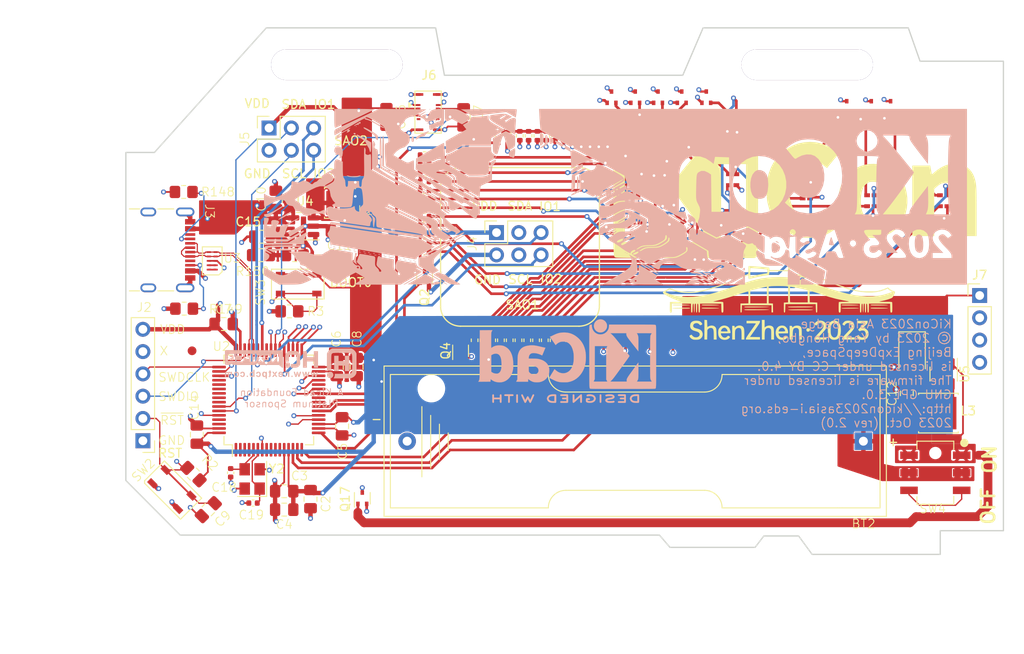
<source format=kicad_pcb>
(kicad_pcb (version 20221018) (generator pcbnew)
  (title_block (title "KiCad 2023 Asia Badge") (date "2023-10-07") (rev "2") (company "Beijing Exponential Deep Space") (comment 1 "Designed by Yang Hongbo"))
  (layers (0 "F.Cu" signal) (1 "In1.Cu" mixed) (2 "In2.Cu" mixed) (31 "B.Cu" signal) (34 "B.Paste" user) (35 "F.Paste" user) (36 "B.SilkS" user "B.Silkscreen") (37 "F.SilkS" user "F.Silkscreen") (38 "B.Mask" user) (39 "F.Mask" user) (44 "Edge.Cuts" user))
  (net 0 "")
  (net 1 "/Power/Battery_Holder_In")
  (net 2 "GND")
  (net 3 "/MCU/~{RST}")
  (net 4 "/VBUS")
  (net 5 "/Power/Battery_In")
  (net 6 "/DISP_DISP")
  (net 7 "Net-(D2-RK)")
  (net 8 "Net-(D2-GK)")
  (net 9 "Net-(D2-BK)")
  (net 10 "Net-(D3-RK)")
  (net 11 "Net-(D3-GK)")
  (net 12 "Net-(D3-BK)")
  (net 13 "Net-(D4-RK)")
  (net 14 "Net-(D4-GK)")
  (net 15 "Net-(D4-BK)")
  (net 16 "Net-(D5-RK)")
  (net 17 "Net-(D5-GK)")
  (net 18 "Net-(D5-BK)")
  (net 19 "Net-(D6-RK)")
  (net 20 "Net-(D6-GK)")
  (net 21 "Net-(D6-BK)")
  (net 22 "Net-(D7-RK)")
  (net 23 "Net-(D7-GK)")
  (net 24 "Net-(D7-BK)")
  (net 25 "/MCU/SWDIO")
  (net 26 "/MCU/SWDCLK")
  (net 28 "/USB/CC1")
  (net 29 "/USB_DP")
  (net 30 "/USB_DN")
  (net 32 "/USB/CC2")
  (net 34 "/SAO_1_GPIO1")
  (net 35 "/SAO_1_GPIO2")
  (net 36 "/SAO_2_GPIO1")
  (net 37 "/SAO_2_GPIO2")
  (net 38 "/DISP_SCK")
  (net 41 "/DISP_MOSI")
  (net 42 "/Power/Buck DCDC to 3.3V/LX")
  (net 43 "/LED Row/LowSide_Input_Source_R")
  (net 44 "/LED Row/LowSide_Input_Source_G")
  (net 45 "/LED Row/LowSide_Input_Source_B")
  (net 46 "/MCU/BOOT0")
  (net 47 "Net-(D8-RK)")
  (net 48 "Net-(D8-GK)")
  (net 49 "Net-(D8-BK)")
  (net 50 "unconnected-(U3-CH1-Pad1)")
  (net 51 "unconnected-(U3-CH2-Pad2)")
  (net 52 "Net-(D2-A)")
  (net 53 "Net-(D3-A)")
  (net 54 "Net-(D4-A)")
  (net 55 "Net-(D5-A)")
  (net 56 "Net-(D6-A)")
  (net 57 "Net-(D7-A)")
  (net 58 "Net-(D8-A)")
  (net 59 "Net-(D9-RK)")
  (net 60 "Net-(D9-GK)")
  (net 61 "Net-(D9-A)")
  (net 62 "Net-(D9-BK)")
  (net 63 "Net-(D10-RK)")
  (net 64 "Net-(D10-GK)")
  (net 65 "Net-(D10-A)")
  (net 66 "Net-(D10-BK)")
  (net 67 "Net-(D11-RK)")
  (net 68 "Net-(D11-GK)")
  (net 69 "Net-(D11-A)")
  (net 70 "Net-(D11-BK)")
  (net 71 "Net-(D12-RK)")
  (net 72 "Net-(D12-GK)")
  (net 73 "Net-(D12-A)")
  (net 74 "Net-(D12-BK)")
  (net 75 "/LowSide_R_Col_1")
  (net 76 "/LowSide_G_Col_1")
  (net 77 "/LowSide_B_Col_1")
  (net 78 "/HighSide_Row_8")
  (net 79 "/HighSide_Row_1")
  (net 80 "/HighSide_Row_2")
  (net 81 "/HighSide_Row_3")
  (net 82 "/HighSide_Row_4")
  (net 83 "/HighSide_Row_5")
  (net 84 "/HighSide_Row_6")
  (net 85 "/HighSide_Row_7")
  (net 86 "/HighSide_Row_9")
  (net 87 "/HighSide_Row_12")
  (net 88 "/HighSide_Row_11")
  (net 89 "/HighSide_Row_10")
  (net 94 "Net-(D13-RK)")
  (net 95 "Net-(D13-GK)")
  (net 96 "Net-(D13-A)")
  (net 97 "Net-(D13-BK)")
  (net 105 "/SAO_SDA")
  (net 106 "/SAO_SCL")
  (net 110 "/Power/Buck DCDC to 3.3V/FB")
  (net 111 "Net-(U5-LX)")
  (net 113 "/Power/Battery-")
  (net 114 "unconnected-(SW4-C-Pad3)")
  (net 115 "/MCU/OSC_IN")
  (net 116 "/MCU/OSC_OUT")
  (net 117 "/MCU/USART1_RX")
  (net 118 "/MCU/USART1_TX")
  (net 119 "VDD")
  (net 120 "/DISP_SS")
  (net 121 "/DISP_EXTCOMIN")
  (footprint "IotPi_LED:XL-1615RGBC_no-silkscreen" (layer "F.Cu") (at 157.75 75.65 90)
    (fp_text reference "D3")
    (fp_text value "XL-1615RGBC-RF")
  )
  (footprint "Resistor_SMD:R_0805_2012Metric_Pad1.20x1.40mm_HandSolder" (layer "F.Cu") (at 115.1 83.25)
    (fp_text reference "R150")
    (fp_text value "453K")
  )
  (footprint "IotPi_LED:XL-1615RGBC_no-silkscreen" (layer "F.Cu") (at 157.9 80.15 90)
    (fp_text reference "D4")
    (fp_text value "XL-1615RGBC-RF")
  )
  (footprint "Resistor_SMD:R_0402_1005Metric" (layer "F.Cu") (at 145.6 69.65 90)
    (fp_text reference "R38")
    (fp_text value "127R")
  )
  (footprint "Connector_PinHeader_2.54mm:PinHeader_1x06_P2.54mm_Vertical" (layer "F.Cu") (at 101.65 104.4 180)
    (fp_text reference "J2")
    (fp_text value "Conn_01x06")
  )
  (footprint "Resistor_SMD:R_0402_1005Metric" (layer "F.Cu") (at 143.45 92.95 -90)
    (fp_text reference "R21")
    (fp_text value "127R")
  )
  (footprint "Package_TO_SOT_SMD:SOT-523" (layer "F.Cu") (at 126.65 110.95 90)
    (fp_text reference "Q17")
    (fp_text value "SK2302AAT")
  )
  (footprint "Resistor_SMD:R_0402_1005Metric" (layer "F.Cu") (at 142.45 92.95 -90)
    (fp_text reference "R15")
    (fp_text value "127R")
  )
  (footprint "Resistor_SMD:R_0402_1005Metric" (layer "F.Cu") (at 149.45 92.95 -90)
    (fp_text reference "R39")
    (fp_text value "127R")
  )
  (footprint "IotPi_LED:XL-1615RGBC_no-silkscreen" (layer "F.Cu") (at 192.9 77.05 90)
    (fp_text reference "D12")
    (fp_text value "XL-1615RGBC-RF")
  )
  (footprint "IotPi_LED:XL-1615RGBC_no-silkscreen" (layer "F.Cu") (at 162.774544 71.75 -132)
    (fp_text reference "D6")
    (fp_text value "XL-1615RGBC-RF")
  )
  (footprint "Resistor_SMD:R_0402_1005Metric" (layer "F.Cu") (at 154.6 69.65 90)
    (fp_text reference "R17")
    (fp_text value "127R")
  )
  (footprint "Resistor_SMD:R_0402_1005Metric" (layer "F.Cu") (at 148.6 69.65 90)
    (fp_text reference "R11")
    (fp_text value "127R")
  )
  (footprint "Resistor_SMD:R_0402_1005Metric" (layer "F.Cu") (at 133.75 74.85 180)
    (fp_text reference "R13")
    (fp_text value "383R")
  )
  (footprint "Resistor_SMD:R_0805_2012Metric_Pad1.20x1.40mm_HandSolder" (layer "F.Cu") (at 118.35 89.65 180)
    (fp_text reference "R3")
    (fp_text value "10K")
  )
  (footprint "IotPi_Switch:SKRPACE010" (layer "F.Cu") (at 104.95 109.95 -45)
    (fp_text reference "SW2")
    (fp_text value "SKRPACE010")
  )
  (footprint "IotPi_LED:XL-1615RGBC_no-silkscreen" (layer "F.Cu") (at 168.85 74.65 90)
    (fp_text reference "D9")
    (fp_text value "XL-1615RGBC-RF")
  )
  (footprint "Resistor_SMD:R_0402_1005Metric" (layer "F.Cu") (at 133.75 71.85 180)
    (fp_text reference "R4")
    (fp_text value "383R")
  )
  (footprint "Resistor_SMD:R_0805_2012Metric_Pad1.20x1.40mm_HandSolder" (layer "F.Cu") (at 106.3 76.05 180)
    (fp_text reference "R148")
    (fp_text value "5K1")
  )
  (footprint "Capacitor_SMD:C_0805_2012Metric_Pad1.18x1.45mm_HandSolder" (layer "F.Cu") (at 124.1 80.45 180)
    (fp_text reference "C11")
    (fp_text value "10u")
  )
  (footprint "Resistor_SMD:R_0402_1005Metric" (layer "F.Cu") (at 154 68.05 180)
    (fp_text reference "R5")
    (fp_text value "127R")
  )
  (footprint "Resistor_SMD:R_0402_1005Metric" (layer "F.Cu") (at 133.75 75.85 180)
    (fp_text reference "R19")
    (fp_text value "383R")
  )
  (footprint "Resistor_SMD:R_0402_1005Metric" (layer "F.Cu") (at 148.45 92.95 -90)
    (fp_text reference "R33")
    (fp_text value "127R")
  )
  (footprint "IotPi_Logo:ShenZhen2023_Logo" (layer "F.Cu") (at 174.1 88.6)
    (fp_text reference "G***")
    (fp_text value "LOGO" hide)
  )
  (footprint "Resistor_SMD:R_0805_2012Metric_Pad1.20x1.40mm_HandSolder" (layer "F.Cu") (at 106.35 89.35 180)
    (fp_text reference "R149")
    (fp_text value "5K1")
  )
  (footprint "Crystal:Crystal_SMD_3225-4Pin_3.2x2.5mm" (layer "F.Cu") (at 114.1 108.75 90)
    (fp_text reference "Y2")
    (fp_text value "XL2EL89COI-111YLC-8M")
  )
  (footprint "Capacitor_SMD:C_0805_2012Metric_Pad1.18x1.45mm_HandSolder" (layer "F.Cu") (at 188.7 99 90)
    (fp_text reference "C12")
    (fp_text value "10u")
  )
  (footprint "Resistor_SMD:R_0402_1005Metric" (layer "F.Cu") (at 153.6 69.65 90)
    (fp_text reference "R29")
    (fp_text value "127R")
  )
  (footprint "Resistor_SMD:R_0402_1005Metric" (layer "F.Cu") (at 149.6 69.65 90)
    (fp_text reference "R20")
    (fp_text value "127R")
  )
  (footprint "IotPi_Package_TO_SOT_SMD:SOT-523_no-silkscreen" (layer "F.Cu") (at 186.85 66.35 90)
    (fp_text reference "Q15")
    (fp_text value "SK2302AAT")
  )
  (footprint "IotPi_LED:XL-1615RGBC_no-silkscreen" (layer "F.Cu") (at 158.05 71.3 180)
    (fp_text reference "D2")
    (fp_text value "XL-1615RGBC-RF")
  )
  (footprint "Resistor_SMD:R_0402_1005Metric" (layer "F.Cu") (at 144.45 92.95 -90)
    (fp_text reference "R18")
    (fp_text value "127R")
  )
  (footprint "IotPi_LED:XL-1615RGBC_no-silkscreen" (layer "F.Cu") (at 160.6 75.65 90)
    (fp_text reference "D5")
    (fp_text value "XL-1615RGBC-RF")
  )
  (footprint "Capacitor_SMD:C_0805_2012Metric_Pad1.18x1.45mm_HandSolder" (layer "F.Cu") (at 110.85 91.1)
    (fp_text reference "C7")
    (fp_text value "100n")
  )
  (footprint "Resistor_SMD:R_0402_1005Metric" (layer "F.Cu") (at 133.75 76.85 180)
    (fp_text reference "R22")
    (fp_text value "383R")
  )
  (footprint "IotPi_Package_TO_SOT_SMD:SOT-523_no-silkscreen" (layer "F.Cu") (at 155.05 65.25 90)
    (fp_text reference "Q7")
    (fp_text value "SK2302AAT")
  )
  (footprint "Connector_PinHeader_2.54mm:PinHeader_1x04_P2.54mm_Vertical" (layer "F.Cu") (at 197 87.85)
    (fp_text reference "J7")
    (fp_text value "Conn_01x04")
  )
  (footprint "IotPi_LED:XL-1615RGBC_no-silkscreen" (layer "F.Cu") (at 168.85 67.7 90)
    (fp_text reference "D10")
    (fp_text value "XL-1615RGBC-RF")
  )
  (footprint "IotPi_Package_TO_SOT_SMD:SOT-523_no-silkscreen" (layer "F.Cu") (at 161.55 92.75 90)
    (fp_text reference "Q5")
    (fp_text value "SK2302AAT")
  )
  (footprint "Resistor_SMD:R_0805_2012Metric_Pad1.20x1.40mm_HandSolder" (layer "F.Cu") (at 118.95 83.25)
    (fp_text reference "R151")
    (fp_text value "102K")
  )
  (footprint "Package_TO_SOT_SMD:SOT-523" (layer "F.Cu") (at 133.75 85.75 90)
    (fp_text reference "Q2")
    (fp_text value "SK2302AAT")
  )
  (footprint "Package_TO_SOT_SMD:SOT-523" (layer "F.Cu") (at 142.7 69.8 90)
    (fp_text reference "Q3")
    (fp_text value "SK2302AAT")
  )
  (footprint "Resistor_SMD:R_0402_1005Metric" (layer "F.Cu") (at 147.6 69.65 90)
    (fp_text reference "R23")
    (fp_text value "127R")
  )
  (footprint "IotPi_Package_TO_SOT_SMD:SOT-523_no-silkscreen" (layer "F.Cu") (at 165.85 65.25 90)
    (fp_text reference "Q13")
    (fp_text value "SK2302AAT")
  )
  (footprint "Capacitor_SMD:C_0805_2012Metric_Pad1.18x1.45mm_HandSolder" (layer "F.Cu") (at 117.75 110.15 180)
    (fp_text reference "C3")
    (fp_text value "1u")
  )
  (footprint "Capacitor_SMD:C_0805_2012Metric_Pad1.18x1.45mm_HandSolder" (layer "F.Cu") (at 109.1 112.25 -135)
    (fp_text reference "C9")
    (fp_text value "100n")
  )
  (footprint "Capacitor_SMD:C_0805_2012Metric_Pad1.18x1.45mm_HandSolder" (layer "F.Cu") (at 123.75 96 -90)
    (fp_text reference "C6")
    (fp_text value "100n")
  )
  (footprint "Resistor_SMD:R_0402_1005Metric" (layer "F.Cu") (at 146.6 69.65 90)
    (fp_text reference "R32")
    (fp_text value "127R")
  )
  (footprint "IotPi_Connector_Hirose:BM20B(x)-10DS-0.4V" (layer "F.Cu") (at 134.15 66.95 -90)
    (fp_text reference "J6")
    (fp_text value "BM20B(0.6)-10DS-0.4V")
  )
  (footprint "Resistor_SMD:R_0402_1005Metric" (layer "F.Cu") (at 133.75 82.85 180)
    (fp_text reference "R34")
    (fp_text value "383R")
  )
  (footprint "Inductor_SMD:L_Sunlord_SWPA3015S" (layer "F.Cu") (at 124.1 77.3)
    (fp_text reference "L2")
    (fp_text value "2.2u")
  )
  (footprint "Resistor_SMD:R_0402_1005Metric" (layer "F.Cu") (at 147.45 92.95 -90)
    (fp_text reference "R27")
    (fp_text value "127R")
  )
  (footprint "Inductor_SMD:L_Sunlord_SWPA4012S" (layer "F.Cu") (at 192.3 101.25)
    (fp_text reference "L3")
    (fp_text value "22u")
  )
  (footprint "IotPi_LED:XL-1615RGBC_no-silkscreen" (layer "F.Cu") (at 163.25 80.25 126)
    (fp_text reference "D7")
    (fp_text value "XL-1615RGBC-RF")
  )
  (footprint "Resistor_SMD:R_0402_1005Metric" (layer "F.Cu") (at 145.45 92.95 -90)
    (fp_text reference "R24")
    (fp_text value "127R")
  )
  (footprint "Capacitor_SMD:C_0805_2012Metric_Pad1.18x1.45mm_HandSolder" (layer "F.Cu") (at 126 96 -90)
    (fp_text reference "C8")
    (fp_text value "4.7u")
  )
  (footprint "Resistor_SMD:R_0402_1005Metric" (layer "F.Cu") (at 133.75 81.85 180)
    (fp_text reference "R37")
    (fp_text value "383R")
  )
  (footprint "Capacitor_SMD:C_0805_2012Metric" (layer "F.Cu") (at 115.2 81.15)
    (fp_text reference "C15")
    (fp_text value "22p")
  )
  (footprint "Capacitor_SMD:C_0402_1005Metric" (layer "F.Cu") (at 114.2 111.5)
    (fp_text reference "C19")
    (fp_text value "12pF")
  )
  (footprint "IotPi_Package_TO_SOT_SMD:SOT-523_no-silkscreen" (layer "F.Cu") (at 153.65 92.75 90)
    (fp_text reference "Q8")
    (fp_text value "SK2302AAT")
  )
  (footprint "Resistor_SMD:R_0402_1005Metric" (layer "F.Cu") (at 133.75 77.85 180)
    (fp_text reference "R10")
    (fp_text value "383R")
  )
  (footprint "IotPi_Package_TO_SOT_SMD:SOT-523_no-silkscreen" (layer "F.Cu") (at 181.85 66.35 90)
    (fp_text reference "Q14")
    (fp_text value "SK2302AAT")
  )
  (footprint "IotPi_Holes:Strip_Hole" (layer "F.Cu") (at 177.35 61.55)
    (fp_text reference "REF**" hide)
    (fp_text value "Strip_Hole")
  )
  (footprint "Capacitor_SMD:C_0402_1005Metric" (layer "F.Cu") (at 111.65 108.05 90)
    (fp_text reference "C18")
    (fp_text value "12pF")
  )
  (footprint "IotPi_LED:XL-1615RGBC_no-silkscreen" (layer "F.Cu") (at 184.6 77.05 90)
    (fp_text reference "D13")
    (fp_text value "XL-1615RGBC-RF")
  )
  (footprint "Resistor_SMD:R_0805_2012Metric_Pad1.20x1.40mm_HandSolder" (layer "F.Cu") (at 129.4 67.5 -90)
    (fp_text reference "C16")
    (fp_text value "1u 10V")
  )
  (footprint "Capacitor_SMD:C_0805_2012Metric_Pad1.18x1.45mm_HandSolder" (layer "F.Cu") (at 138.2 67.55 -90)
    (fp_text reference "C17")
    (fp_text value "100nF ±10% 50V")
  )
  (footprint "Resistor_SMD:R_0402_1005Metric" (layer "F.Cu") (at 150.45 92.95 -90)
    (fp_text reference "R36")
    (fp_text value "127R")
  )
  (footprint "IotPi_Package_TO_SOT_SMD:SOT-523_no-silkscreen" (layer "F.Cu") (at 156.15 92.75 90)
    (fp_text reference "Q9")
    (fp_text value "SK2302AAT")
  )
  (footprint "Resistor_SMD:R_0402_1005Metric" (layer "F.Cu") (at 133.75 73.85 180)
    (fp_text reference "R7")
    (fp_text value "383R")
  )
  (footprint "Resistor_SMD:R_0402_1005Metric" (layer "F.Cu") (at 140.45 92.95 -90)
    (fp_text reference "R9")
    (fp_text value "127R")
  )
  (footprint "IotPi_Package_DFN_QFN:Nexperia_DFN2510A-10" (layer "F.Cu") (at 109.55 83.9 90)
    (fp_text reference "U3")
    (fp_text value "PUSB3FR4")
  )
  (footprint "Resistor_SMD:R_0402_1005Metric" (layer "F.Cu") (at 150.6 69.65 90)
    (fp_text reference "R8")
    (fp_text value "127R")
  )
  (footprint "IotPi_Package_TO_SOT_SMD:SOT-523_no-silkscreen" (layer "F.Cu") (at 163.05 65.25 90)
    (fp_text reference "Q12")
    (fp_text value "SK2302AAT")
  )
  (footprint "Resistor_SMD:R_0402_1005Metric" (layer "F.Cu") (at 133.75 72.85 180)
    (fp_text reference "R16")
    (fp_text value "383R")
  )
  (footprint "Resistor_SMD:R_0402_1005Metric" (layer "F.Cu") (at 144.6 69.65 90)
    (fp_text reference "R35")
    (fp_text value "127R")
  )
  (footprint "LOGO" (layer "F.Cu") (at 176 75)
    (fp_text reference "G***" hide)
    (fp_text value "LOGO" hide)
  )
  (footprint "IotPi_TestPoints_Marks:SMT_Mark" (layer "F.Cu") (at 192.45 67.25)
    (fp_text reference "MK2")
    (fp_text value "SMT_Mark")
  )
  (footprint "Connector_PinSocket_2.54mm:PinSocket_2x03_P2.54mm_Vertical" (layer "F.Cu") (at 141.945 80.68 90)
    (fp_text reference "J4")
    (fp_text value "Conn_02x03_Top_Bottom")
  )
  (footprint "Resistor_SMD:R_0402_1005Metric" (layer "F.Cu") (at 152.6 69.65 90)
    (fp_text reference "R26")
    (fp_text value "127R")
  )
  (footprint "IotPi_Package_TO_SOT_SMD:SOT-523_no-silkscreen" (layer "F.Cu") (at 160.35 65.25 90)
    (fp_text reference "Q10")
    (fp_text value "SK2302AAT")
  )
  (footprint "IotPi_TestPoints_Marks:SMT_Mark" (layer "F.Cu") (at 107.25 94.15)
    (fp_text reference "MK1")
    (fp_text value "SMT_Mark")
  )
  (footprint "Capacitor_SMD:C_0805_2012Metric_Pad1.18x1.45mm_HandSolder" (layer "F.Cu") (at 117.75 112.25 180)
    (fp_text reference "C4")
    (fp_text value "100n")
  )
  (footprint "Capacitor_SMD:C_0805_2012Metric_Pad1.18x1.45mm_HandSolder" (layer "F.Cu") (at 124.35 102.75 -90)
    (fp_text reference "C5")
    (fp_text value "100n")
  )
  (footprint "Connector_PinSocket_2.54mm:PinSocket_2x03_P2.54mm_Vertical" (layer "F.Cu") (at 116.025 68.76 90)
    (fp_text reference "J5")
    (fp_text value "Conn_02x03_Top_Bottom")
  )
  (footprint "Package_QFP:LQFP-64_10x10mm_P0.5mm" (layer "F.Cu") (at 116 99.75 90)
    (fp_text reference "U2")
    (fp_text value "N32L406RBL7")
  )
  (footprint "Capacitor_SMD:C_0805_2012Metric_Pad1.18x1.45mm_HandSolder" (layer "F.Cu") (at 120.75 111.05 -90)
    (fp_text reference "C2")
    (fp_text value "10n")
  )
  (footprint "Resistor_SMD:R_0402_1005Metric" (layer "F.Cu") (at 151.6 69.65 90)
    (fp_text reference "R14")
    (fp_text value "127R")
  )
  (footprint "Capacitor_SMD:C_0805_2012Metric_Pad1.18x1.45mm_HandSolder" (layer "F.Cu") (at 116.8 76.95 90)
    (fp_text reference "C10")
    (fp_text value "10u")
  )
  (footprint "IotPi_Holes:Strip_Hole" (layer "F.Cu") (at 123.75 61.55)
    (fp_text reference "REF**" hide)
    (fp_text value "Strip_Hole")
  )
  (footprint "Capacitor_SMD:C_0805_2012Metric_Pad1.18x1.45mm_HandSolder" (layer "F.Cu") (at 107.8 103.7 90)
    (fp_text reference "C14")
    (fp_text value "100n")
  )
  (footprint "Resistor_SMD:R_0402_1005Metric" (layer "F.Cu") (at 146.45 92.95 -90)
    (fp_text reference "R30")
    (fp_text value "127R")
  )
  (footprint "IotPi_Package_TO_SOT_SMD:SOT-523_no-silkscreen" (layer "F.Cu") (at 184.65 66.35 90)
    (fp_text reference "Q16")
    (fp_text value "SK2302AAT")
  )
  (footprint "Package_TO_SOT_SMD:SOT-23-5" (layer "F.Cu") (at 119.95 79.95 180)
    (fp_text reference "U4")
    (fp_text value "SY8088IAAC")
  )
  (footprint "Package_TO_SOT_SMD:SOT-23-5" (layer "F.Cu") (at 192.9 96.8 -90)
    (fp_text reference "U5")
    (fp_text value "ME2188C33M5G")
  )
  (footprint "IotPi_Package_TO_SOT_SMD:SOT-523_no-silkscreen" (layer "F.Cu") (at 158.95 92.75 90)
    (fp_text reference "Q11")
    (fp_text value "SK2302AAT")
  )
  (footprint "Resistor_SMD:R_0402_1005Metric" (layer "F.Cu") (at 139.45 92.95 -90)
    (fp_text reference "R6")
    (fp_text value "127R")
  )
  (footprint "Capacitor_Tantalum_SMD:CP_EIA-3528-21_Kemet-B" (layer "F.Cu") (at 189.3 94.45 -90)
    (fp_text reference "C13")
    (fp_text value "47u")
  )
  (footprint "Battery:BatteryHolder_Keystone_2460_1xAA" (layer "F.Cu") (at 183.75 104.45 180)
    (fp_text reference "BT2")
    (fp_text value "Single or Dual AA Battery")
  )
  (footprint "IotPi_Package_TO_SOT_SMD:SOT-523_no-silkscreen" (layer "F.Cu") (at 157.75 65.25 90)
    (fp_text reference "Q6")
    (fp_text value "SK2302AAT")
  )
  (footprint "Resistor_SMD:R_0402_1005Metric" (layer "F.Cu") (at 141.45 92.95 -90)
    (fp_text reference "R12")
    (fp_text value "127R")
  )
  (footprint "Package_TO_SOT_SMD:SOT-523" (layer "F.Cu") (at 137.85 94.15 90)
    (fp_text reference "Q4")
    (fp_text value "SK2302AAT")
  )
  (footprint "Resistor_SMD:R_0402_1005Metric" (layer "F.Cu") (at 133.75 79.85 180)
    (fp_text reference "R25")
    (fp_text value "383R")
  )
  (footprint "IotPi_Switch:MS-22D28-G020" (layer "F.Cu") (at 191.95 108.05 -90)
    (fp_text reference "SW4")
    (fp_text value "SW_SPDT")
  )
  (footprint "IotPi_Connector_USB:USB_C_Receptacle_Dealon_USB-TYPE-C-019_6P_TopMnt_Horizontal" (layer "F.Cu") (at 103.36 82.65 -90)
    (fp_text reference "J3")
    (fp_text value "USB_C_Receptacle_USB2.0")
  )
  (footprint "IotPi_Switch:SKRPACE010" (layer "F.Cu") (at 119.4 86.55 180)
    (fp_text reference "SW3")
    (fp_text value "SKRPACE010")
  )
  (footprint "IotPi_LED:XL-1615RGBC_no-silkscreen" (layer "F.Cu") (at 177.25 76.15 90)
    (fp_text reference "D11")
    (fp_text value "XL-1615RGBC-RF")
  )
  (footprint "Resistor_SMD:R_0402_1005Metric" (layer "F.Cu") (at 133.75 80.85 180)
    (fp_text reference "R31")
    (fp_text value "383R")
  )
  (footprint "Resistor_SMD:R_0402_1005Metric" (layer "F.Cu") (at 133.75 78.85 180)
    (fp_text reference "R28")
    (fp_text value "383R")
  )
  (footprint "IotPi_LED:XL-1615RGBC_no-silkscreen" (layer "F.Cu") (at 168.75 80.15 90)
    (fp_text reference "D8")
    (fp_text value "XL-1615RGBC-RF")
  )
  (footprint "Resistor_SMD:R_0805_2012Metric_Pad1.20x1.40mm_HandSolder" (layer "F.Cu") (at 107.4 108.2 135)
    (fp_text reference "R2")
    (fp_text value "10K")
  )
  (footprint "Symbol:KiCad-Logo2_8mm_SilkScreen" (layer "B.Cu") (at 150.009893 94.5 180)
    (fp_text reference "REF**" hide)
    (fp_text value "KiCad-Logo2_8mm_SilkScreen" hide)
  )
  (footprint "LOGO" (layer "B.Cu") (at 118.5 95.6 180)
    (fp_text reference "G***" hide)
    (fp_text value "LOGO" hide)
  )
  (footprint "LOGO" (layer "B.Cu") (at 155.5 76.55 180)
    (fp_text reference "G***")
    (fp_text value "LOGO" hide)
  )
  (gr_line (start 135.57 89.12) (end 135.57 75.62) (stroke (width 0.15)) (layer "F.SilkS"))
  (gr_arc (start 137.843654 91.343654) (mid 136.235932 90.677706) (end 135.57 89.07) (stroke (width 0.15)) (layer "F.SilkS"))
  (gr_arc (start 153.67 89.017308) (mid 152.988629 90.662297) (end 151.343654 91.343654) (stroke (width 0.15)) (layer "F.SilkS"))
  (gr_line (start 151.343654 91.343654) (end 137.843654 91.343654) (stroke (width 0.15)) (layer "F.SilkS"))
  (gr_arc (start 135.57 75.57) (mid 136.243654 73.943654) (end 137.87 73.27) (stroke (width 0.15)) (layer "F.SilkS"))
  (gr_arc (start 151.37 73.27) (mid 152.996346 73.943654) (end 153.67 75.57) (stroke (width 0.15)) (layer "F.SilkS"))
  (gr_line (start 137.87 73.27) (end 151.37 73.27) (stroke (width 0.15)) (layer "F.SilkS"))
  (gr_line (start 153.67 89.07) (end 153.67 75.62) (stroke (width 0.15)) (layer "F.SilkS"))
  (gr_poly (pts (xy 105.909257 115.15) (xy 160.509688 115.15) (xy 161.709257 116.55) (xy 171.409257 116.55) (xy 172.409257 115.25) (xy 176.370796 115.25) (xy 177.909257 117.35) (xy 192.509257 117.35) (xy 192.509257 114.65) (xy 199.709257 114.65) (xy 199.709257 61.15) (xy 190.209257 61.15) (xy 188.868081 57.35) (xy 165.487709 57.35) (xy 163.170742 62.75) (xy 136.009257 62.75) (xy 135.009257 57.35) (xy 115.713151 57.35) (xy 102.960192 71.55) (xy 99.709257 71.55) (xy 99.709257 108.929024)) (stroke (width 0.15)) (fill none) (layer "Edge.Cuts"))
  (gr_text "KiCon2023 Asia Badge\n© 2023 by Yang Hongbo,\nBeijing ExpDeepSpace,\nis licensed under CC BY 4.0. \nThe firmware is licensed under\nGNU GPL 3.0.\nhttp://kicon2023asia.i-eds.org\n2023 Oct. (rev 2.0)" (at 193.9 102.95) (layer "B.SilkS") (effects (font (size 1 1) (thickness 0.11)) (justify left bottom mirror)))
  (gr_text "A Kicad Foundation\nPlatinum Sponsor" (at 118.6 100.65) (layer "B.SilkS") (effects (font (size 0.8 0.8) (thickness 0.1)) (justify bottom mirror)))
  (gr_text "SWDCLK" (at 103.35 97.75) (layer "F.SilkS") (effects (font (size 1 1) (thickness 0.1)) (justify left bottom)))
  (gr_text "VDD" (at 113.15 66.55) (layer "F.SilkS") (effects (font (size 1 1)) (justify left bottom)))
  (gr_text "OFF" (at 198.85 114.1 90) (layer "F.SilkS") (effects (font (size 1.5 1.5) (thickness 0.3) bold) (justify left bottom)))
  (gr_text "X" (at 103.5 94.75) (layer "F.SilkS") (effects (font (size 1 1) (thickness 0.1)) (justify left bottom)))
  (gr_text "IO1" (at 121 66.65) (layer "F.SilkS") (effects (font (size 1 1)) (justify left bottom)))
  (gr_text "SAO2" (at 123.35 70.8) (layer "F.SilkS") (effects (font (size 1 1)) (justify left bottom)))
  (gr_text "SCL" (at 143.2 86.6) (layer "F.SilkS") (effects (font (size 1 1)) (justify left bottom)))
  (gr_text "IO1" (at 146.7 78.3) (layer "F.SilkS") (effects (font (size 1 1)) (justify left bottom)))
  (gr_text "IO2" (at 120.95 74.55) (layer "F.SilkS") (effects (font (size 1 1)) (justify left bottom)))
  (gr_text "IO2" (at 146.85 86.55) (layer "F.SilkS") (effects (font (size 1 1)) (justify left bottom)))
  (gr_text "GND" (at 103.35 104.95) (layer "F.SilkS") (effects (font (size 1 1) (thickness 0.1)) (justify left bottom)))
  (gr_text "ON" (at 199 108.3 90) (layer "F.SilkS") (effects (font (size 1.5 1.5) (thickness 0.3) bold) (justify left bottom)))
  (gr_text "SDA" (at 143.1 78.25) (layer "F.SilkS") (effects (font (size 1 1)) (justify left bottom)))
  (gr_text "GND" (at 139.3 86.65) (layer "F.SilkS") (effects (font (size 1 1)) (justify left bottom)))
  (gr_text "RST" (at 103.3 106.4) (layer "F.SilkS") (effects (font (size 1 1)) (justify left bottom)))
  (gr_text "~{RST}" (at 103.55 102.65) (layer "F.SilkS") (effects (font (size 1 1) (thickness 0.1)) (justify left bottom)))
  (gr_text "SCL" (at 117.4 74.55) (layer "F.SilkS") (effects (font (size 1 1)) (justify left bottom)))
  (gr_text "GND" (at 113.05 74.55) (layer "F.SilkS") (effects (font (size 1 1)) (justify left bottom)))
  (gr_text "VDD" (at 103.55 92.3) (layer "F.SilkS") (effects (font (size 1 1) (thickness 0.1)) (justify left bottom)))
  (gr_text "VDD" (at 139.1 78.25) (layer "F.SilkS") (effects (font (size 1 1)) (justify left bottom)))
  (gr_text "SWDIO" (at 103.35 99.95) (layer "F.SilkS") (effects (font (size 1 1) (thickness 0.1)) (justify left bottom)))
  (gr_text "BOOT0" (at 122.85 86.95) (layer "F.SilkS") (effects (font (size 1 1)) (justify left bottom)))
  (gr_text "SDA" (at 117.35 66.65) (layer "F.SilkS") (effects (font (size 1 1)) (justify left bottom)))
  (gr_text "SAO1" (at 142.9 89.5) (layer "F.SilkS") (effects (font (size 1 1)) (justify left bottom)))
  (segment (start 135.24 66.95) (end 134.55 66.95) (width 0.15) (layer "F.Cu") (net 0))
  (segment (start 111.05 96.5) (end 110.325 96.5) (width 0.15) (layer "F.Cu") (net 0))
  (segment (start 134.55 66.95) (end 134 67.5) (width 0.15) (layer "F.Cu") (net 0))
  (segment (start 111.75 95.8) (end 111.05 96.5) (width 0.15) (layer "F.Cu") (net 0))
  (via (at 111.75 95.8) (size 0.56) (drill 0.3) (layers "F.Cu" "B.Cu") (net 0))
  (via (at 134 67.5) (size 0.56) (drill 0.3) (layers "F.Cu" "B.Cu") (net 0))
  (segment (start 117.75 109.1125) (end 116.7125 110.15) (width 0.2) (layer "F.Cu") (net 2))
  (segment (start 135.075 68.96) (end 136.04 68.96) (width 0.3) (layer "F.Cu") (net 2))
  (segment (start 188.7 97.9625) (end 191.925 97.9625) (width 0.5) (layer "F.Cu") (net 2))
  (segment (start 113 111.5) (end 112.95 111.45) (width 0.2) (layer "F.Cu") (net 2))
  (segment (start 111.8875 89.852) (end 111.8875 91.1) (width 0.5) (layer "F.Cu") (net 2))
  (segment (start 108.033623 112.983623) (end 107.05 112) (width 0.2) (layer "F.Cu") (net 2))
  (segment (start 136.4125 68.5875) (end 136.05 68.95) (width 0.2) (layer "F.Cu") (net 2))
  (segment (start 107.04 85.85) (end 107.04 86.4) (width 0.5) (layer "F.Cu") (net 2))
  (segment (start 116.05 89.65) (end 117.35 89.65) (width 0.5) (layer "F.Cu") (net 2))
  (segment (start 105.3 76.05) (end 104 76.05) (width 0.2) (layer "F.Cu") (net 2))
  (segment (start 108.366377 112.983623) (end 108.033623 112.983623) (width 0.2) (layer "F.Cu") (net 2))
  (segment (start 123.2125 96.5) (end 123.75 97.0375) (width 0.2) (layer "F.Cu") (net 2))
  (segment (start 110.103574 83.9) (end 110.901787 84.698213) (width 0.2) (layer "F.Cu") (net 2))
  (segment (start 132.21 64.94) (end 132.2 64.95) (width 0.3) (layer "F.Cu") (net 2))
  (segment (start 121.0875 79.95) (end 122.5625 79.95) (width 0.5) (layer "F.Cu") (net 2))
  (segment (start 189.3 95.9875) (end 187.2625 95.9875) (width 0.5) (layer "F.Cu") (net 2))
  (segment (start 107.05 101.6) (end 107.05 101.9125) (width 0.5) (layer "F.Cu") (net 2))
  (segment (start 113.25 109.85) (end 112.25 109.85) (width 0.2) (layer "F.Cu") (net 2))
  (segment (start 126.25 98.25) (end 126.25 97.2875) (width 0.5) (layer "F.Cu") (net 2))
  (segment (start 111.7 109.2) (end 111.65 109.15) (width 0.2) (layer "F.Cu") (net 2))
  (segment (start 107.04 86.4) (end 106.465 86.975) (width 0.5) (layer "F.Cu") (net 2))
  (segment (start 122.75 81.5) (end 123.0625 81.1875) (width 0.5) (layer "F.Cu") (net 2))
  (segment (start 123.0625 81.1875) (end 123.0625 80.45) (width 0.5) (layer "F.Cu") (net 2))
  (segment (start 131.95 69.3355) (end 130.2355 69.3355) (width 0.2) (layer "F.Cu") (net 2))
  (segment (start 139.095 94.795) (end 139.1 94.8) (width 0.5) (layer "F.Cu") (net 2))
  (segment (start 136.09 64.94) (end 136.1 64.95) (width 0.3) (layer "F.Cu") (net 2))
  (segment (start 119.95 82.25) (end 119.95 83.25) (width 0.5) (layer "F.Cu") (net 2))
  (segment (start 133.225 64.94) (end 132.21 64.94) (width 0.3) (layer "F.Cu") (net 2))
  (segment (start 188.0875 97.9625) (end 188.7 97.9625) (width 0.5) (layer "F.Cu") (net 2))
  (segment (start 116.7125 112.25) (end 116.7125 110.15) (width 0.5) (layer "F.Cu") (net 2))
  (segment (start 125.6625 103.7875) (end 124.35 103.7875) (width 0.2) (layer "F.Cu") (net 2))
  (segment (start 113.72 111.5) (end 113 111.5) (width 0.2) (layer "F.Cu") (net 2))
  (segment (start 114.95 107.65) (end 115.95 107.65) (width 0.2) (layer "F.Cu") (net 2))
  (segment (start 116.8 75) (end 116.8 75.9125) (width 0.5) (layer "F.Cu") (net 2))
  (segment (start 132.3255 68.96) (end 133.225 68.96) (width 0.3) (layer "F.Cu") (net 2))
  (segment (start 131.95 69.3355) (end 132.3255 68.96) (width 0.3) (layer "F.Cu") (net 2))
  (segment (start 117.75 105.425) (end 117.75 109.1125) (width 0.2) (layer "F.Cu") (net 2))
  (segment (start 111.65 109.15) (end 111.65 108.53) (width 0.2) (layer "F.Cu") (net 2))
  (segment (start 103.45 109.85) (end 103.329721 109.85) (width 0.5) (layer "F.Cu") (net 2))
  (segment (start 120.75 112.0875) (end 120.75 113.25) (width 0.5) (layer "F.Cu") (net 2))
  (segment (start 105.35 89.35) (end 104.05 89.35) (width 0.5) (layer "F.Cu") (net 2))
  (segment (start 104.95 111.470279) (end 105.657107 112.177386) (width 0.5) (layer "F.Cu") (net 2))
  (segment (start 107.04 79.45) (end 107.04 78.9) (width 0.5) (layer "F.Cu") (net 2))
  (segment (start 134.25 87.25) (end 134.45 87.45) (width 0.5) (layer "F.Cu") (net 2))
  (segment (start 136.04 68.96) (end 136.05 68.95) (width 0.3) (layer "F.Cu") (net 2))
  (segment (start 109.1625 83.9) (end 109.9375 83.9) (width 0.2) (layer "F.Cu") (net 2))
  (segment (start 111.7355 89.7) (end 111.8875 89.852) (width 0.5) (layer "F.Cu") (net 2))
  (segment (start 123.5625 103) (end 124.35 103.7875) (width 0.2) (layer "F.Cu") (net 2))
  (segment (start 143.2 70.445) (end 143.2 71.4) (width 0.5) (layer "F.Cu") (net 2))
  (segment (start 191.925 97.9625) (end 191.95 97.9375) (width 0.5) (layer "F.Cu") (net 2))
  (segment (start 116.7125 112.25) (end 116.7125 113.4625) (width 0.5) (layer "F.Cu") (net 2))
  (segment (start 112.25 109.85) (end 112.05 110.05) (width 0.2) (layer "F.Cu") (net 2))
  (segment (start 121.675 96.5) (end 123.2125 96.5) (width 0.2) (layer "F.Cu") (net 2))
  (segment (start 187.5 98.55) (end 188.0875 97.9625) (width 0.5) (layer "F.Cu") (net 2))
  (segment (start 107.04 78.9) (end 106.465 78.325) (width 0.5) (layer "F.Cu") (net 2))
  (segment (start 124.05 98.2) (end 124.05 97.3375) (width 0.5) (layer "F.Cu") (net 2))
  (segment (start 121.675 103) (end 123.5625 103) (width 0.2) (layer "F.Cu") (net 2))
  (segment (start 119.9 82.2) (end 119.95 82.25) (width 0.5) (layer "F.Cu") (net 2))
  (segment (start 126.25 97.2875) (end 126 97.0375) (width 0.5) (layer "F.Cu") (net 2))
  (segment (start 108.1375 103) (end 107.8 102.6625) (width 0.2) (layer "F.Cu") (net 2))
  (segment (start 135.075 64.94) (end 136.09 64.94) (width 0.3) (layer "F.Cu") (net 2))
  (segment (start 115.95 107.65) (end 116.05 107.75) (width 0.2) (layer "F.Cu") (net 2))
  (segment (start 107.05 101.9125) (end 107.8 102.6625) (width 0.5) (layer "F.Cu") (net 2))
  (segment (start 116.7125 110.15) (end 116.7125 108.9625) (width 0.5) (layer "F.Cu") (net 2))
  (segment (start 134.25 86.395) (end 134.25 87.25) (width 0.5) (layer "F.Cu") (net 2))
  (segment (start 135.24 66.15) (end 135.6 66.15) (width 0.2) (layer "F.Cu") (net 2))
  (segment (start 130.2355 69.3355) (end 129.4 68.5) (width 0.2) (layer "F.Cu") (net 2))
  (segment (start 109.9375 83.9) (end 110.103574 83.9) (width 0.2) (layer "F.Cu") (net 2))
  (segment (start 104.95 111.35) (end 104.95 111.470279) (width 0.5) (layer "F.Cu") (net 2))
  (segment (start 127.15 111.595) (end 127.15 112.45) (width 0.3) (layer "F.Cu") (net 2))
  (segment (start 111.8875 91.1) (end 112.75 91.9625) (width 0.3) (layer "F.Cu") (net 2))
  (segment (start 116.65 74.85) (end 116.8 75) (width 0.5) (layer "F.Cu") (net 2))
  (segment (start 132.5 66.15) (end 132.2 65.85) (width 0.2) (layer "F.Cu") (net 2))
  (segment (start 138.2 68.5875) (end 136.4125 68.5875) (width 0.2) (layer "F.Cu") (net 2))
  (segment (start 125.7 103.75) (end 125.6625 103.7875) (width 0.2) (layer "F.Cu") (net 2))
  (segment (start 187.2625 95.9875) (end 187.25 96) (width 0.5) (layer "F.Cu") (net 2))
  (segment (start 138.35 94.795) (end 139.095 94.795) (width 0.5) (layer "F.Cu") (net 2))
  (segment (start 121.3 79.95) (end 120.15 79.95) (width 0.5) (layer "F.Cu") (net 2))
  (segment (start 116.7125 108.9625) (end 116.65 108.9) (width 0.5) (layer "F.Cu") (net 2))
  (segment (start 133.06 66.15) (end 132.5 66.15) (width 0.2) (layer "F.Cu") (net 2))
  (segment (start 116.7125 113.4625) (end 116.85 113.6) (width 0.5) (layer "F.Cu") (net 2))
  (segment (start 103.329721 109.85) (end 102.722614 109.242893) (width 0.5) (layer "F.Cu") (net 2))
  (segment (start 135.6 66.15) (end 135.95 65.8) (width 0.2) (layer "F.Cu") (net 2))
  (segment (start 122.5625 79.95) (end 123.0625 80.45) (width 0.5) (layer "F.Cu") (net 2))
  (segment (start 110.325 103) (end 108.1375 103) (width 0.2) (layer "F.Cu") (net 2))
  (segment (start 112.75 91.9625) (end 112.75 94.075) (width 0.3) (layer "F.Cu") (net 2))
  (segment (start 124.05 97.3375) (end 123.75 97.0375) (width 0.5) (layer "F.Cu") (net 2))
  (via (at 127.15 112.45) (size 0.56) (drill 0.3) (layers "F.Cu" "B.Cu") (net 2))
  (via (at 104 76.05) (size 0.56) (drill 0.3) (layers "F.Cu" "B.Cu") (net 2))
  (via (at 187.25 96) (size 0.56) (drill 0.3) (layers "F.Cu" "B.Cu") (net 2))
  (via (at 132.2 65.85) (size 0.56) (drill 0.3) (layers "F.Cu" "B.Cu") (net 2))
  (via (at 119.9 82.2) (size 0.56) (drill 0.3) (layers "F.Cu" "B.Cu") (net 2))
  (via (at 139.1 94.8) (size 0.56) (drill 0.3) (layers "F.Cu" "B.Cu") (net 2))
  (via (at 125.7 103.75) (size 0.56) (drill 0.3) (layers "F.Cu" "B.Cu") (net 2))
  (via (at 110.901787 84.698213) (size 0.56) (drill 0.3) (layers "F.Cu" "B.Cu") (net 2))
  (via (at 135.95 65.8) (size 0.56) (drill 0.3) (layers "F.Cu" "B.Cu") (net 2))
  (via (at 187.5 98.55) (size 0.56) (drill 0.3) (layers "F.Cu" "B.Cu") (net 2))
  (via (at 111.7355 89.7) (size 0.56) (drill 0.3) (layers "F.Cu" "B.Cu") (net 2))
  (via (at 136.05 68.95) (size 0.56) (drill 0.3) (layers "F.Cu" "B.Cu") (net 2))
  (via (at 116.65 74.85) (size 0.56) (drill 0.3) (layers "F.Cu" "B.Cu") (net 2))
  (via (at 136.1 64.95) (size 0.56) (drill 0.3) (layers "F.Cu" "B.Cu") (net 2))
  (via (at 120.75 113.25) (size 0.56) (drill 0.3) (layers "F.Cu" "B.Cu") (net 2))
  (via (at 107.05 112) (size 0.56) (drill 0.3) (layers "F.Cu" "B.Cu") (net 2))
  (via (at 131.95 69.3355) (size 0.56) (drill 0.3) (layers "F.Cu" "B.Cu") (net 2))
  (via (at 122.75 81.5) (size 0.56) (drill 0.3) (layers "F.Cu" "B.Cu") (net 2))
  (via (at 112.05 110.05) (size 0.56) (drill 0.3) (layers "F.Cu" "B.Cu") (net 2))
  (via (at 134.45 87.45) (size 0.56) (drill 0.3) (layers "F.Cu" "B.Cu") (net 2))
  (via (at 132.2 64.95) (size 0.56) (drill 0.3) (layers "F.Cu" "B.Cu") (net 2))
  (via (at 111.7 109.2) (size 0.56) (drill 0.3) (layers "F.Cu" "B.Cu") (net 2))
  (via (at 120.15 79.95) (size 0.56) (drill 0.3) (layers "F.Cu" "B.Cu") (net 2))
  (via (at 107.05 101.6) (size 0.56) (drill 0.3) (layers "F.Cu" "B.Cu") (net 2))
  (via (at 126.25 98.25) (size 0.56) (drill 0.3) (layers "F.Cu" "B.Cu") (net 2))
  (via (at 116.05 107.75) (size 0.56) (drill 0.3) (layers "F.Cu" "B.Cu") (net 2))
  (via (at 104.95 111.35) (size 0.56) (drill 0.3) (layers "F.Cu" "B.Cu") (net 2))
  (via (at 103.45 109.85) (size 0.56) (drill 0.3) (layers "F.Cu" "B.Cu") (net 2))
  (via (at 116.85 113.6) (size 0.56) (drill 0.3) (layers "F.Cu" "B.Cu") (net 2))
  (via (at 112.95 111.45) (size 0.56) (drill 0.3) (layers "F.Cu" "B.Cu") (net 2))
  (via (at 104.05 89.35) (size 0.56) (drill 0.3) (layers "F.Cu" "B.Cu") (net 2))
  (via (at 116.05 89.65) (size 0.56) (drill 0.3) (layers "F.Cu" "B.Cu") (net 2))
  (via (at 116.65 108.9) (size 0.56) (drill 0.3) (layers "F.Cu" "B.Cu") (net 2))
  (via (at 143.2 71.4) (size 0.56) (drill 0.3) (layers "F.Cu" "B.Cu") (net 2))
  (via (at 124.05 98.2) (size 0.56) (drill 0.3) (layers "F.Cu" "B.Cu") (net 2))
  (segment (start 138.68 83.22) (end 134.45 87.45) (width 0.5) (layer "B.Cu") (net 2))
  (segment (start 141.945 83.22) (end 138.68 83.22) (width 0.5) (layer "B.Cu") (net 2))
  (segment (start 115.25 105.425) (end 115.25 104.2) (width 0.15) (layer "F.Cu") (net 3))
  (segment (start 103.16 101.86) (end 103.571662 102.271662) (width 0.15) (layer "F.Cu") (net 3))
  (segment (start 103.571662 102.271662) (end 103.571662 107.051383) (width 0.15) (layer "F.Cu") (net 3))
  (segment (start 107.177386 110.657107) (end 104.242893 107.722614) (width 0.2) (layer "F.Cu") (net 3))
  (segment (start 106.242893 107.492893) (end 106.692893 107.492893) (width 0.15) (layer "F.Cu") (net 3))
  (segment (start 106.692893 107.492893) (end 106.463172 107.722614) (width 0.15) (layer "F.Cu") (net 3))
  (segment (start 106.463172 107.722614) (end 104.242893 107.722614) (width 0.15) (layer "F.Cu") (net 3))
  (segment (start 101.65 101.86) (end 103.16 101.86) (width 0.15) (layer "F.Cu") (net 3))
  (segment (start 115.25 104.2) (end 115.15 104.1) (width 0.15) (layer "F.Cu") (net 3))
  (segment (start 103.571662 107.051383) (end 104.242893 107.722614) (width 0.15) (layer "F.Cu") (net 3))
  (segment (start 108.036656 111.516377) (end 107.177386 110.657107) (width 0.15) (layer "F.Cu") (net 3))
  (segment (start 109.833623 111.516377) (end 108.036656 111.516377) (width 0.15) (layer "F.Cu") (net 3))
  (segment (start 105.5 106.75) (end 106.242893 107.492893) (width 0.15) (layer "F.Cu") (net 3))
  (segment (start 107.177386 110.657107) (end 107.177386 110.777386) (width 0.2) (layer "F.Cu") (net 3))
  (via (at 105.5 106.75) (size 0.56) (drill 0.3) (layers "F.Cu" "B.Cu") (net 3))
  (via (at 115.15 104.1) (size 0.56) (drill 0.3) (layers "F.Cu" "B.Cu") (net 3))
  (segment (start 121.3 80.9) (end 121.3 81.85) (width 0.5) (layer "F.Cu") (net 4))
  (segment (start 107.04 80.25) (end 109 80.25) (width 0.5) (layer "F.Cu") (net 4))
  (segment (start 107.933567 85.05) (end 108.777856 85.894289) (width 0.5) (layer "F.Cu") (net 4))
  (segment (start 107.04 85.05) (end 107.933567 85.05) (width 0.5) (layer "F.Cu") (net 4))
  (segment (start 109 79.1) (end 109 80.25) (width 0.5) (layer "F.Cu") (net 4))
  (via (at 108.777856 85.894289) (size 0.56) (drill 0.3) (layers "F.Cu" "B.Cu") (net 4))
  (via (at 114.65 77.6) (size 0.56) (drill 0.3) (layers "F.Cu" "B.Cu") (net 4))
  (via (at 121.3 81.85) (size 0.56) (drill 0.3) (layers "F.Cu" "B.Cu") (net 4))
  (via (at 109 79.1) (size 0.56) (drill 0.3) (layers "F.Cu" "B.Cu") (net 4))
  (segment (start 195.1 103.555) (end 194.45 104.205) (width 0.2) (layer "F.Cu") (net 5))
  (segment (start 195.1 96.9125) (end 195.1 103.555) (width 0.2) (layer "F.Cu") (net 5))
  (segment (start 193.85 95.6625) (end 195.1 96.9125) (width 0.2) (layer "F.Cu") (net 5))
  (segment (start 197.45 106.05) (end 197.95 106.55) (width 1) (layer "F.Cu") (net 5))
  (segment (start 189.75 113.05) (end 189.05 113.75) (width 1) (layer "F.Cu") (net 5))
  (segment (start 126.15 111.595) (end 126.15 112.55) (width 0.3) (layer "F.Cu") (net 5))
  (segment (start 197.45 106.05) (end 196.85 106.05) (width 1) (layer "F.Cu") (net 5))
  (segment (start 196.75 113.05) (end 189.75 113.05) (width 1) (layer "F.Cu") (net 5))
  (segment (start 197.95 106.55) (end 197.95 111.85) (width 1) (layer "F.Cu") (net 5))
  (segment (start 126.15 113.05) (end 126.15 112.55) (width 1) (layer "F.Cu") (net 5))
  (segment (start 197.95 111.85) (end 196.75 113.05) (width 1) (layer "F.Cu") (net 5))
  (segment (start 189.05 113.75) (end 126.85 113.75) (width 1) (layer "F.Cu") (net 5))
  (segment (start 126.85 113.75) (end 126.15 113.05) (width 1) (layer "F.Cu") (net 5))
  (segment (start 137.627 66.5125) (end 136.65 67.4895) (width 0.15) (layer "F.Cu") (net 6))
  (segment (start 117.063807 92.013807) (end 116.75 92.327614) (width 0.15) (layer "F.Cu") (net 6))
  (segment (start 116.75 92.327614) (end 116.75 94.075) (width 0.15) (layer "F.Cu") (net 6))
  (segment (start 133.06 66.55) (end 129.45 66.55) (width 0.2) (layer "F.Cu") (net 6))
  (segment (start 138.2 66.5125) (end 137.627 66.5125) (width 0.15) (layer "F.Cu") (net 6))
  (segment (start 127.75 66.5) (end 127.5 66.75) (width 0.2) (layer "F.Cu") (net 6))
  (segment (start 129.4 66.5) (end 127.75 66.5) (width 0.2) (layer "F.Cu") (net 6))
  (segment (start 135.24 66.55) (end 138.1625 66.55) (width 0.15) (layer "F.Cu") (net 6))
  (segment (start 138.1625 66.55) (end 138.2 66.5125) (width 0.15) (layer "F.Cu") (net 6))
  (segment (start 129.45 66.55) (end 129.4 66.5) (width 0.2) (layer "F.Cu") (net 6))
  (via (at 136.65 67.4895) (size 0.56) (drill 0.3) (layers "F.Cu" "B.Cu") (net 6))
  (via (at 117.063807 92.013807) (size 0.56) (drill 0.3) (layers "F.Cu" "B.Cu") (net 6))
  (segment (start 117.45 91.627614) (end 117.45 78.25) (width 0.15) (layer "B.Cu") (net 6))
  (segment (start 134.2895 69.85) (end 136.65 67.4895) (width 0.15) (layer "B.Cu") (net 6))
  (segment (start 125.85 69.85) (end 134.2895 69.85) (width 0.15) (layer "B.Cu") (net 6))
  (segment (start 117.063807 92.013807) (end 117.45 91.627614) (width 0.15) (layer "B.Cu") (net 6))
  (segment (start 117.45 78.25) (end 125.85 69.85) (width 0.15) (layer "B.Cu") (net 6))
  (segment (start 134.51 72.1) (end 134.26 71.85) (width 0.3) (layer "F.Cu") (net 7))
  (segment (start 156.325 70.875) (end 155.1 72.1) (width 0.3) (layer "F.Cu") (net 7))
  (segment (start 155.1 72.1) (end 134.51 72.1) (width 0.3) (layer "F.Cu") (net 7))
  (segment (start 157.425 70.875) (end 156.325 70.875) (width 0.3) (layer "F.Cu") (net 7))
  (segment (start 154.51 68.05) (end 156.15 68.05) (width 0.3) (layer "F.Cu") (net 8))
  (segment (start 156.15 68.05) (end 158.675 70.575) (width 0.3) (layer "F.Cu") (net 8))
  (segment (start 158.675 70.575) (end 158.675 70.875) (width 0.3) (layer "F.Cu") (net 8))
  (segment (start 156.69 75.91) (end 146.71 85.89) (width 0.3) (layer "F.Cu") (net 9))
  (segment (start 156.69 74.11) (end 156.69 75.91) (width 0.3) (layer "F.Cu") (net 9))
  (segment (start 158.675 71.725) (end 158.675 72.125) (width 0.3) (layer "F.Cu") (net 9))
  (segment (start 145.807848 85.89) (end 139.45 92.247848) (width 0.3) (layer "F.Cu") (net 9))
  (segment (start 158.675 72.125) (end 156.69 74.11) (width 0.3) (layer "F.Cu") (net 9))
  (segment (start 146.71 85.89) (end 145.807848 85.89) (width 0.3) (layer "F.Cu") (net 9))
  (segment (start 139.45 92.247848) (end 139.45 92.44) (width 0.3) (layer "F.Cu") (net 9))
  (segment (start 158.175 74.30868) (end 158.175 75.025) (width 0.3) (layer "F.Cu") (net 10))
  (segment (start 150.0491 73.85) (end 134.26 73.85) (width 0.3) (layer "F.Cu") (net 10))
  (segment (start 158.47209 74.01159) (end 158.175 74.30868) (width 0.3) (layer "F.Cu") (net 10))
  (segment (start 150.05 73.8491) (end 150.0491 73.85) (width 0.3) (layer "F.Cu") (net 10))
  (via (at 158.47209 74.01159) (size 0.56) (drill 0.3) (layers "F.Cu" "B.Cu") (net 10))
  (via (at 150.05 73.8491) (size 0.56) (drill 0.3) (layers "F.Cu" "B.Cu") (net 10))
  (segment (start 158.3105 73.85) (end 158.47209 74.01159) (width 0.3) (layer "B.Cu") (net 10))
  (segment (start 150.0509 73.85) (end 158.3105 73.85) (width 0.3) (layer "B.Cu") (net 10))
  (segment (start 150.05 73.8491) (end 150.0509 73.85) (width 0.3) (layer "B.Cu") (net 10))
  (segment (start 150.6 70.9) (end 150.6 70.16) (width 0.3) (layer "F.Cu") (net 11))
  (segment (start 158.175 76.875) (end 158.175 76.275) (width 0.3) (layer "F.Cu") (net 11))
  (segment (start 158.35 77.05) (end 158.175 76.875) (width 0.3) (layer "F.Cu") (net 11))
  (via (at 158.35 77.05) (size 0.56) (drill 0.3) (layers "F.Cu" "B.Cu") (net 11))
  (via (at 150.6 70.9) (size 0.56) (drill 0.3) (layers "F.Cu" "B.Cu") (net 11))
  (segment (start 140.45 91.898386) (end 140.45 92.44) (width 0.3) (layer "F.Cu") (net 12))
  (segment (start 145.998386 86.35) (end 140.45 91.898386) (width 0.3) (layer "F.Cu") (net 12))
  (segment (start 146.900538 86.35) (end 145.998386 86.35) (width 0.3) (layer "F.Cu") (net 12))
  (segment (start 156.975538 76.275) (end 146.900538 86.35) (width 0.3) (layer "F.Cu") (net 12))
  (segment (start 157.325 76.275) (end 156.975538 76.275) (width 0.3) (layer "F.Cu") (net 12))
  (segment (start 159.15 79.75) (end 158.925 79.525) (width 0.3) (layer "F.Cu") (net 13))
  (segment (start 146.9 77.85) (end 134.26 77.85) (width 0.3) (layer "F.Cu") (net 13))
  (segment (start 147.3 78.25) (end 146.9 77.85) (width 0.3) (layer "F.Cu") (net 13))
  (segment (start 158.925 79.525) (end 158.325 79.525) (width 0.3) (layer "F.Cu") (net 13))
  (via (at 159.15 79.75) (size 0.56) (drill 0.3) (layers "F.Cu" "B.Cu") (net 13))
  (via (at 147.3 78.25) (size 0.56) (drill 0.3) (layers "F.Cu" "B.Cu") (net 13))
  (segment (start 154.35 79.25) (end 153.3 78.2) (width 0.3) (layer "B.Cu") (net 13))
  (segment (start 159.15 79.75) (end 158.65 79.25) (width 0.3) (layer "B.Cu") (net 13))
  (segment (start 147.35 78.2) (end 147.3 78.25) (width 0.3) (layer "B.Cu") (net 13))
  (segment (start 153.3 78.2) (end 147.35 78.2) (width 0.3) (layer "B.Cu") (net 13))
  (segment (start 158.65 79.25) (end 154.35 79.25) (width 0.3) (layer "B.Cu") (net 13))
  (segment (start 148.6 70.9) (end 148.6 70.16) (width 0.3) (layer "F.Cu") (net 14))
  (segment (start 158.55 80.55) (end 158.325 80.775) (width 0.3) (layer "F.Cu") (net 14))
  (segment (start 159.05 80.55) (end 158.55 80.55) (width 0.3) (layer "F.Cu") (net 14))
  (via (at 159.05 80.55) (size 0.56) (drill 0.3) (layers "F.Cu" "B.Cu") (net 14))
  (via (at 148.6 70.9) (size 0.56) (drill 0.3) (layers "F.Cu" "B.Cu") (net 14))
  (segment (start 141.45 92.44) (end 141.45 91.548924) (width 0.3) (layer "F.Cu") (net 15))
  (segment (start 147.091076 86.81) (end 153.126076 80.775) (width 0.3) (layer "F.Cu") (net 15))
  (segment (start 153.126076 80.775) (end 157.475 80.775) (width 0.3) (layer "F.Cu") (net 15))
  (segment (start 146.188924 86.81) (end 147.091076 86.81) (width 0.3) (layer "F.Cu") (net 15))
  (segment (start 141.45 91.548924) (end 146.188924 86.81) (width 0.3) (layer "F.Cu") (net 15))
  (segment (start 134.26 74.85) (end 151.75 74.85) (width 0.3) (layer "F.Cu") (net 16))
  (segment (start 161.1 74.15) (end 161.025 74.225) (width 0.3) (layer "F.Cu") (net 16))
  (segment (start 161.025 74.225) (end 161.025 75.025) (width 0.3) (layer "F.Cu") (net 16))
  (via (at 151.75 74.85) (size 0.56) (drill 0.3) (layers "F.Cu" "B.Cu") (net 16))
  (via (at 161.1 74.15) (size 0.56) (drill 0.3) (layers "F.Cu" "B.Cu") (net 16))
  (segment (start 161.1 74.15) (end 160.315 74.935) (width 0.3) (layer "B.Cu") (net 16))
  (segment (start 160.315 74.935) (end 151.835 74.935) (width 0.3) (layer "B.Cu") (net 16))
  (segment (start 151.835 74.935) (end 151.75 74.85) (width 0.3) (layer "B.Cu") (net 16))
  (segment (start 160.875539 77.6655) (end 160.875539 76.424461) (width 0.3) (layer "F.Cu") (net 17))
  (segment (start 151.6 70.9) (end 151.6 70.16) (width 0.3) (layer "F.Cu") (net 17))
  (segment (start 160.875539 76.424461) (end 161.025 76.275) (width 0.3) (layer "F.Cu") (net 17))
  (via (at 151.6 70.9) (size 0.56) (drill 0.3) (layers "F.Cu" "B.Cu") (net 17))
  (via (at 160.875539 77.6655) (size 0.56) (drill 0.3) (layers "F.Cu" "B.Cu") (net 17))
  (segment (start 145.999462 87.65) (end 146.95 87.65) (width 0.3) (layer "F.Cu") (net 18))
  (segment (start 160.025 76.425) (end 160.175 76.275) (width 0.3) (layer "F.Cu") (net 18))
  (segment (start 158.7 82.75) (end 160.025 81.425) (width 0.3) (layer "F.Cu") (net 18))
  (segment (start 146.95 87.65) (end 151.85 82.75) (width 0.3) (layer "F.Cu") (net 18))
  (segment (start 160.025 81.425) (end 160.025 76.425) (width 0.3) (layer "F.Cu") (net 18))
  (segment (start 151.85 82.75) (end 158.7 82.75) (width 0.3) (layer "F.Cu") (net 18))
  (segment (start 142.45 91.199462) (end 145.999462 87.65) (width 0.3) (layer "F.Cu") (net 18))
  (segment (start 142.45 92.44) (end 142.45 91.199462) (width 0.3) (layer "F.Cu") (net 18))
  (segment (start 161.35 72.55) (end 161.420586 72.55) (width 0.3) (layer "F.Cu") (net 19))
  (segment (start 154.25 72.85) (end 154.35 72.75) (width 0.3) (layer "F.Cu") (net 19))
  (segment (start 134.26 72.85) (end 154.25 72.85) (width 0.3) (layer "F.Cu") (net 19))
  (segment (start 161.420586 72.55) (end 162.040501 71.930085) (width 0.3) (layer "F.Cu") (net 19))
  (via (at 154.35 72.75) (size 0.56) (drill 0.3) (layers "F.Cu" "B.Cu") (net 19))
  (via (at 161.35 72.55) (size 0.56) (drill 0.3) (layers "F.Cu" "B.Cu") (net 19))
  (segment (start 161.05 72.85) (end 161.35 72.55) (width 0.3) (layer "B.Cu") (net 19))
  (segment (start 154.35 72.75) (end 154.45 72.85) (width 0.3) (layer "B.Cu") (net 19))
  (segment (start 154.45 72.85) (end 161.05 72.85) (width 0.3) (layer "B.Cu") (net 19))
  (segment (start 163.002828 70.87524) (end 162.876914 71.001154) (width 0.3) (layer "F.Cu") (net 20))
  (segment (start 154.6 70.9) (end 154.6 70.16) (width 0.3) (layer "F.Cu") (net 20))
  (segment (start 163.85 70.95) (end 163.77524 70.87524) (width 0.3) (layer "F.Cu") (net 20))
  (segment (start 163.77524 70.87524) (end 163.002828 70.87524) (width 0.3) (layer "F.Cu") (net 20))
  (via (at 163.85 70.95) (size 0.56) (drill 0.3) (layers "F.Cu" "B.Cu") (net 20))
  (via (at 154.6 70.9) (size 0.56) (drill 0.3) (layers "F.Cu" "B.Cu") (net 20))
  (segment (start 145.91 89.09) (end 146.860538 89.09) (width 0.3) (layer "F.Cu") (net 21))
  (segment (start 146.860538 89.09) (end 152.000538 83.95) (width 0.3) (layer "F.Cu") (net 21))
  (segment (start 152.000538 83.95) (end 162.45 83.95) (width 0.3) (layer "F.Cu") (net 21))
  (segment (start 144.45 92.44) (end 144.45 90.55) (width 0.3) (layer "F.Cu") (net 21))
  (segment (start 162.45 83.95) (end 164.85 81.55) (width 0.3) (layer "F.Cu") (net 21))
  (segment (start 164.85 72.911328) (end 163.508587 71.569915) (width 0.3) (layer "F.Cu") (net 21))
  (segment (start 144.45 90.55) (end 145.91 89.09) (width 0.3) (layer "F.Cu") (net 21))
  (segment (start 164.85 81.55) (end 164.85 72.911328) (width 0.3) (layer "F.Cu") (net 21))
  (segment (start 162.15 78.41809) (end 163.226466 79.494556) (width 0.3) (layer "F.Cu") (net 22))
  (segment (start 134.26 75.85) (end 151.95 75.85) (width 0.3) (layer "F.Cu") (net 22))
  (segment (start 162.15 77.55) (end 162.15 78.41809) (width 0.3) (layer "F.Cu") (net 22))
  (via (at 151.95 75.85) (size 0.56) (drill 0.3) (layers "F.Cu" "B.Cu") (net 22))
  (via (at 162.15 77.55) (size 0.56) (drill 0.3) (layers "F.Cu" "B.Cu") (net 22))
  (segment (start 161.45 75.85) (end 151.95 75.85) (width 0.3) (layer "B.Cu") (net 22))
  (segment (start 162.15 77.55) (end 162.15 76.55) (width 0.3) (layer "B.Cu") (net 22))
  (segment (start 162.15 76.55) (end 161.45 75.85) (width 0.3) (layer "B.Cu") (net 22))
  (segment (start 164.25 79.55) (end 164.25 80.217025) (width 0.3) (layer "F.Cu") (net 23))
  (segment (start 164.25 80.217025) (end 163.961198 80.505827) (width 0.3) (layer "F.Cu") (net 23))
  (segment (start 149.6 70.9) (end 149.6 70.16) (width 0.3) (layer "F.Cu") (net 23))
  (via (at 149.6 70.9) (size 0.56) (drill 0.3) (layers "F.Cu" "B.Cu") (net 23))
  (via (at 164.25 79.55) (size 0.56) (drill 0.3) (layers "F.Cu" "B.Cu") (net 23))
  (segment (start 143.45 92.44) (end 143.45 90.85) (width 0.3) (layer "F.Cu") (net 24))
  (segment (start 151.85 83.45) (end 160.828978 83.45) (width 0.3) (layer "F.Cu") (net 24))
  (segment (start 147.05 88.25) (end 151.85 83.45) (width 0.3) (layer "F.Cu") (net 24))
  (segment (start 146.05 88.25) (end 147.05 88.25) (width 0.3) (layer "F.Cu") (net 24))
  (segment (start 160.828978 83.45) (end 163.273534 81.005444) (width 0.3) (layer "F.Cu") (net 24))
  (segment (start 143.45 90.85) (end 146.05 88.25) (width 0.3) (layer "F.Cu") (net 24))
  (segment (start 108.7 95.25) (end 112.703553 95.25) (width 0.15) (layer "F.Cu") (net 25))
  (segment (start 108.55 95.4) (end 108.7 95.25) (width 0.15) (layer "F.Cu") (net 25))
  (segment (start 113.25 94.703553) (end 113.25 94.075) (width 0.15) (layer "F.Cu") (net 25))
  (segment (start 112.703553 95.25) (end 113.25 94.703553) (width 0.15) (layer "F.Cu") (net 25))
  (via (at 108.55 95.4) (size 0.56) (drill 0.3) (layers "F.Cu" "B.Cu") (net 25))
  (segment (start 108.55 95.4) (end 108.55 95.75) (width 0.15) (layer "B.Cu") (net 25))
  (segment (start 104.98 99.32) (end 101.65 99.32) (width 0.15) (layer "B.Cu") (net 25))
  (segment (start 108.55 95.75) (end 104.98 99.32) (width 0.15) (layer "B.Cu") (net 25))
  (segment (start 102.43 96) (end 101.65 96.78) (width 0.15) (layer "F.Cu") (net 26))
  (segment (start 110.325 96) (end 102.43 96) (width 0.15) (layer "F.Cu") (net 26))
  (segment (start 107.45 76.2) (end 107.3 76.05) (width 0.15) (layer "F.Cu") (net 28))
  (segment (start 107.04 81.4) (end 106.05 81.4) (width 0.15) (layer "F.Cu") (net 28))
  (segment (start 108.3 76.2) (end 107.45 76.2) (width 0.15) (layer "F.Cu") (net 28))
  (via (at 108.3 76.2) (size 0.56) (drill 0.3) (layers "F.Cu" "B.Cu") (net 28))
  (via (at 106.05 81.4) (size 0.56) (drill 0.3) (layers "F.Cu" "B.Cu") (net 28))
  (segment (start 106.05 81.4) (end 106.05 81.2) (width 0.15) (layer "B.Cu") (net 28))
  (segment (start 108.6 78.65) (end 108.6 76.5) (width 0.15) (layer "B.Cu") (net 28))
  (segment (start 108.6 76.5) (end 108.3 76.2) (width 0.15) (layer "B.Cu") (net 28))
  (segment (start 106.05 81.2) (end 108.6 78.65) (width 0.15) (layer "B.Cu") (net 28))
  (segment (start 106.338 83.4) (end 107.04 83.4) (width 0.127) (layer "F.Cu") (net 29))
  (segment (start 106.45 82.4) (end 106.05 82.8) (width 0.127) (layer "F.Cu") (net 29))
  (segment (start 107.04 83.4) (end 107.902501 83.4) (width 0.127) (layer "F.Cu") (net 29))
  (segment (start 113.873 85.252606) (end 113.873 92.789499) (width 0.127) (layer "F.Cu") (net 29))
  (segment (start 109.1625 83.4) (end 109.9375 83.4) (width 0.127) (layer "F.Cu") (net 29))
  (segment (start 106.05 83.112) (end 106.338 83.4) (width 0.127) (layer "F.Cu") (net 29))
  (segment (start 107.902501 83.4) (end 108.025501 83.277) (width 0.127) (layer "F.Cu") (net 29))
  (segment (start 113.873 92.789499) (end 113.75 92.912499) (width 0.127) (layer "F.Cu") (net 29))
  (segment (start 107.04 82.4) (end 106.45 82.4) (width 0.127) (layer "F.Cu") (net 29))
  (segment (start 109.9375 83.4) (end 110.293751 83.4) (width 0.127) (layer "F.Cu") (net 29))
  (segment (start 110.293751 83.4) (end 110.416751 83.277) (width 0.127) (layer "F.Cu") (net 29))
  (segment (start 108.683249 83.277) (end 108.806249 83.4) (width 0.127) (layer "F.Cu") (net 29))
  (segment (start 108.025501 83.277) (end 108.683249 83.277) (width 0.127) (layer "F.Cu") (net 29))
  (segment (start 111.897394 83.277) (end 113.873 85.252606) (width 0.127) (layer "F.Cu") (net 29))
  (segment (start 113.75 92.912499) (end 113.75 94.075) (width 0.127) (layer "F.Cu") (net 29))
  (segment (start 110.416751 83.277) (end 111.897394 83.277) (width 0.127) (layer "F.Cu") (net 29))
  (segment (start 108.806249 83.4) (end 109.1625 83.4) (width 0.127) (layer "F.Cu") (net 29))
  (segment (start 106.05 82.8) (end 106.05 83.112) (width 0.127) (layer "F.Cu") (net 29))
  (segment (start 109.1625 82.9) (end 109.9375 82.9) (width 0.127) (layer "F.Cu") (net 30))
  (segment (start 107.85 82.008) (end 107.85 82.847499) (width 0.127) (layer "F.Cu") (net 30))
  (segment (start 107.742 81.9) (end 107.85 82.008) (width 0.127) (layer "F.Cu") (net 30))
  (segment (start 114.25 92.912499) (end 114.25 94.075) (width 0.127) (layer "F.Cu") (net 30))
  (segment (start 108.683249 83.023) (end 108.806249 82.9) (width 0.127) (layer "F.Cu") (net 30))
  (segment (start 112.002606 83.023) (end 114.127 85.147394) (width 0.127) (layer "F.Cu") (net 30))
  (segment (start 114.127 85.147394) (end 114.127 92.789499) (width 0.127) (layer "F.Cu") (net 30))
  (segment (start 108.806249 82.9) (end 109.1625 82.9) (width 0.127) (layer "F.Cu") (net 30))
  (segment (start 110.293751 82.9) (end 110.416751 83.023) (width 0.127) (layer "F.Cu") (net 30))
  (segment (start 107.04 82.9) (end 107.902501 82.9) (width 0.127) (layer "F.Cu") (net 30))
  (segment (start 107.85 82.847499) (end 107.902501 82.9) (width 0.127) (layer "F.Cu") (net 30))
  (segment (start 108.025501 83.023) (end 108.683249 83.023) (width 0.127) (layer "F.Cu") (net 30))
  (segment (start 107.902501 82.9) (end 108.025501 83.023) (width 0.127) (layer "F.Cu") (net 30))
  (segment (start 109.9375 82.9) (end 110.293751 82.9) (width 0.127) (layer "F.Cu") (net 30))
  (segment (start 110.416751 83.023) (end 112.002606 83.023) (width 0.127) (layer "F.Cu") (net 30))
  (segment (start 114.127 92.789499) (end 114.25 92.912499) (width 0.127) (layer "F.Cu") (net 30))
  (segment (start 107.04 81.9) (end 107.742 81.9) (width 0.127) (layer "F.Cu") (net 30))
  (segment (start 108.55 89.35) (end 107.35 89.35) (width 0.15) (layer "F.Cu") (net 32))
  (segment (start 107.04 84.4) (end 108.15 84.4) (width 0.15) (layer "F.Cu") (net 32))
  (via (at 108.15 84.4) (size 0.56) (drill 0.3) (layers "F.Cu" "B.Cu") (net 32))
  (via (at 108.55 89.35) (size 0.56) (drill 0.3) (layers "F.Cu" "B.Cu") (net 32))
  (segment (start 108.55 86.95) (end 108.55 89.35) (width 0.15) (layer "B.Cu") (net 32))
  (segment (start 108.15 84.4) (end 108.15 86.55) (width 0.15) (layer "B.Cu") (net 32))
  (segment (start 108.15 86.55) (end 108.55 86.95) (width 0.15) (layer "B.Cu") (net 32))
  (segment (start 115.7 94.125) (end 115.75 94.075) (width 0.2) (layer "F.Cu") (net 34))
  (segment (start 115.7 95.5) (end 115.7 94.125) (width 0.2) (layer "F.Cu") (net 34))
  (via (at 115.7 95.5) (size 0.56) (drill 0.3) (layers "F.Cu" "B.Cu") (net 34))
  (segment (start 115.7 95.5) (end 118.25 92.95) (width 0.3) (layer "B.Cu") (net 34))
  (segment (start 145.805 81.9) (end 147.025 80.68) (width 0.3) (layer "B.Cu") (net 34))
  (segment (start 118.25 92.95) (end 126.35 92.95) (width 0.3) (layer "B.Cu") (net 34))
  (segment (start 126.35 92.95) (end 137.4 81.9) (width 0.3) (layer "B.Cu") (net 34))
  (segment (start 137.4 81.9) (end 145.805 81.9) (width 0.3) (layer "B.Cu") (net 34))
  (segment (start 117.8 94.125) (end 117.75 94.075) (width 0.2) (layer "F.Cu") (net 35))
  (segment (start 117.8 96.8) (end 117.8 94.125) (width 0.2) (layer "F.Cu") (net 35))
  (via (at 117.8 96.8) (size 0.56) (drill 0.3) (layers "F.Cu" "B.Cu") (net 35))
  (segment (start 139.17 84.38) (end 146.02 84.38) (width 0.3) (layer "B.Cu") (net 35))
  (segment (start 117.8 96.8) (end 121 93.6) (width 0.3) (layer "B.Cu") (net 35))
  (segment (start 146.02 84.38) (end 146.05 84.35) (width 0.3) (layer "B.Cu") (net 35))
  (segment (start 121 93.6) (end 126.8 93.6) (width 0.3) (layer "B.Cu") (net 35))
  (segment (start 134.6 88.95) (end 139.17 84.38) (width 0.3) (layer "B.Cu") (net 35))
  (segment (start 146.05 84.195) (end 147.025 83.22) (width 0.3) (layer "B.Cu") (net 35))
  (segment (start 131.45 88.95) (end 134.6 88.95) (width 0.3) (layer "B.Cu") (net 35))
  (segment (start 126.8 93.6) (end 131.45 88.95) (width 0.3) (layer "B.Cu") (net 35))
  (segment (start 146.05 84.35) (end 146.05 84.195) (width 0.3) (layer "B.Cu") (net 35))
  (segment (start 114.7 95.75) (end 114.7 94.125) (width 0.2) (layer "F.Cu") (net 36))
  (segment (start 114.7 94.125) (end 114.75 94.075) (width 0.2) (layer "F.Cu") (net 36))
  (via (at 114.7 95.75) (size 0.56) (drill 0.3) (layers "F.Cu" "B.Cu") (net 36))
  (segment (start 119.9 70.15) (end 121.105 68.945) (width 0.3) (layer "B.Cu") (net 36))
  (segment (start 114.615 91.199387) (end 114.61 91.194387) (width 0.3) (layer "B.Cu") (net 36))
  (segment (start 121.105 68.945) (end 121.105 68.76) (width 0.3) (layer "B.Cu") (net 36))
  (segment (start 114.615 90.700613) (end 114.615 78.935) (width 0.3) (layer "B.Cu") (net 36))
  (segment (start 114.61 91.194387) (end 114.61 90.705613) (width 0.3) (layer "B.Cu") (net 36))
  (segment (start 119.945 70.195) (end 119.9 70.15) (width 0.3) (layer "B.Cu") (net 36))
  (segment (start 114.615 78.935) (end 119.945 73.605) (width 0.3) (layer "B.Cu") (net 36))
  (segment (start 119.945 73.605) (end 119.945 70.195) (width 0.3) (layer "B.Cu") (net 36))
  (segment (start 114.7 95.75) (end 114.615 95.665) (width 0.3) (layer "B.Cu") (net 36))
  (segment (start 114.61 90.705613) (end 114.615 90.700613) (width 0.3) (layer "B.Cu") (net 36))
  (segment (start 114.615 95.665) (end 114.615 91.199387) (width 0.3) (layer "B.Cu") (net 36))
  (segment (start 115.25 91) (end 115.25 94.075) (width 0.3) (layer "F.Cu") (net 37))
  (segment (start 115.2 90.95) (end 115.25 91) (width 0.3) (layer "F.Cu") (net 37))
  (via (at 115.2 90.95) (size 0.56) (drill 0.3) (layers "F.Cu" "B.Cu") (net 37))
  (segment (start 121.105 73.395) (end 121.105 71.3) (width 0.3) (layer "B.Cu") (net 37))
  (segment (start 115.2 79.3) (end 121.105 73.395) (width 0.3) (layer "B.Cu") (net 37))
  (segment (start 115.2 90.95) (end 115.2 79.3) (width 0.3) (layer "B.Cu") (net 37))
  (segment (start 134.845 67.35) (end 135.24 67.35) (width 0.15) (layer "F.Cu") (net 38))
  (segment (start 117.813807 92.013807) (end 117.65 92.177614) (width 0.15) (layer "F.Cu") (net 38))
  (segment (start 117.65 92.8) (end 117.25 93.2) (width 0.15) (layer "F.Cu") (net 38))
  (segment (start 117.25 93.2) (end 117.25 94.075) (width 0.15) (layer "F.Cu") (net 38))
  (segment (start 134.5 68.15) (end 134.5 67.695) (width 0.15) (layer "F.Cu") (net 38))
  (segment (start 117.65 92.177614) (end 117.65 92.8) (width 0.15) (layer "F.Cu") (net 38))
  (segment (start 134.5 67.695) (end 134.845 67.35) (width 0.15) (layer "F.Cu") (net 38))
  (via (at 117.813807 92.013807) (size 0.56) (drill 0.3) (layers "F.Cu" "B.Cu") (net 38))
  (via (at 134.5 68.15) (size 0.56) (drill 0.3) (layers "F.Cu" "B.Cu") (net 38))
  (segment (start 130.75 68.3) (end 131.7 67.35) (width 0.15) (layer "F.Cu") (net 41))
  (segment (start 131.7 67.35) (end 133.06 67.35) (width 0.15) (layer "F.Cu") (net 41))
  (segment (start 116.2 92) (end 116.25 92.05) (width 0.15) (layer "F.Cu") (net 41))
  (segment (start 116.25 92.05) (end 116.25 94.075) (width 0.15) (layer "F.Cu") (net 41))
  (via (at 116.2 92) (size 0.56) (drill 0.3) (layers "F.Cu" "B.Cu") (net 41))
  (via (at 130.75 68.3) (size 0.56) (drill 0.3) (layers "F.Cu" "B.Cu") (net 41))
  (segment (start 133.75 84.25) (end 133.24 83.74) (width 0.3) (layer "F.Cu") (net 43))
  (segment (start 133.24 80.85) (end 133.24 72.85) (width 0.3) (layer "F.Cu") (net 43))
  (segment (start 133.24 83.74) (end 133.24 81.85) (width 0.3) (layer "F.Cu") (net 43))
  (segment (start 133.24 72.85) (end 133.24 71.85) (width 0.3) (layer "F.Cu") (net 43))
  (segment (start 133.24 81.85) (end 133.24 80.85) (width 0.3) (layer "F.Cu") (net 43))
  (segment (start 133.75 85.105) (end 133.75 84.25) (width 0.3) (layer "F.Cu") (net 43))
  (segment (start 153.49 68.05) (end 153.49 69.03) (width 0.3) (layer "F.Cu") (net 44))
  (segment (start 144.6 69.14) (end 154.6 69.14) (width 0.3) (layer "F.Cu") (net 44))
  (segment (start 153.49 69.03) (end 153.6 69.14) (width 0.3) (layer "F.Cu") (net 44))
  (segment (start 142.715 69.14) (end 144.6 69.14) (width 0.3) (layer "F.Cu") (net 44))
  (segment (start 142.7 69.155) (end 142.715 69.14) (width 0.3) (layer "F.Cu") (net 44))
  (segment (start 139.45 94.15) (end 140.45 94.15) (width 0.3) (layer "F.Cu") (net 45))
  (segment (start 138.205 93.505) (end 138.85 94.15) (width 0.3) (layer "F.Cu") (net 45))
  (segment (start 149.45 93.46) (end 149.45 94.15) (width 0.2) (layer "F.Cu") (net 45))
  (segment (start 148.45 93.46) (end 148.45 94.15) (width 0.2) (layer "F.Cu") (net 45))
  (segment (start 147.45 93.46) (end 147.45 94.15) (width 0.2) (layer "F.Cu") (net 45))
  (segment (start 139.45 93.46) (end 139.45 94.15) (width 0.2) (layer "F.Cu") (net 45))
  (segment (start 140.45 94.15) (end 141.55 94.15) (width 0.3) (layer "F.Cu") (net 45))
  (segment (start 150.05 94.15) (end 150.45 93.75) (width 0.3) (layer "F.Cu") (net 45))
  (segment (start 145.45 93.46) (end 145.45 94.15) (width 0.2) (layer "F.Cu") (net 45))
  (segment (start 150.45 93.75) (end 150.45 93.46) (width 0.3) (layer "F.Cu") (net 45))
  (segment (start 146.45 94.15) (end 147.45 94.15) (width 0.3) (layer "F.Cu") (net 45))
  (segment (start 137.85 93.505) (end 138.205 93.505) (width 0.3) (layer "F.Cu") (net 45))
  (segment (start 138.85 94.15) (end 139.45 94.15) (width 0.3) (layer "F.Cu") (net 45))
  (segment (start 141.55 94.15) (end 142.45 94.15) (width 0.3) (layer "F.Cu") (net 45))
  (segment (start 148.45 94.15) (end 149.45 94.15) (width 0.3) (layer "F.Cu") (net 45))
  (segment (start 146.45 93.46) (end 146.45 94.15) (width 0.2) (layer "F.Cu") (net 45))
  (segment (start 145.45 94.15) (end 146.45 94.15) (width 0.3) (layer "F.Cu") (net 45))
  (segment (start 149.45 94.15) (end 150.05 94.15) (width 0.3) (layer "F.Cu") (net 45))
  (segment (start 142.45 93.46) (end 142.45 94.15) (width 0.2) (layer "F.Cu") (net 45))
  (segment (start 147.45 94.15) (end 148.45 94.15) (width 0.3) (layer "F.Cu") (net 45))
  (segment (start 140.45 93.46) (end 140.45 94.15) (width 0.2) (layer "F.Cu") (net 45))
  (segment (start 143.45 94.15) (end 144.35 94.15) (width 0.3) (layer "F.Cu") (net 45))
  (segment (start 141.45 93.46) (end 141.45 94.05) (width 0.2) (layer "F.Cu") (net 45))
  (segment (start 144.45 94.05) (end 144.35 94.15) (width 0.2) (layer "F.Cu") (net 45))
  (segment (start 144.35 94.15) (end 145.45 94.15) (width 0.3) (layer "F.Cu") (net 45))
  (segment (start 143.45 93.46) (end 143.45 94.15) (width 0.2) (layer "F.Cu") (net 45))
  (segment (start 142.45 94.15) (end 143.45 94.15) (width 0.3) (layer "F.Cu") (net 45))
  (segment (start 144.45 93.46) (end 144.45 94.05) (width 0.2) (layer "F.Cu") (net 45))
  (segment (start 141.45 94.05) (end 141.55 94.15) (width 0.2) (layer "F.Cu") (net 45))
  (segment (start 117.325 87.625) (end 121.475 87.625) (width 0.15) (layer "F.Cu") (net 46))
  (segment (start 110.325 101.5) (end 108.5 101.5) (width 0.15) (layer "F.Cu") (net 46))
  (segment (start 121.137868 89.65) (end 121.475 89.312868) (width 0.15) (layer "F.Cu") (net 46))
  (segment (start 121.475 89.312868) (end 121.475 87.625) (width 0.15) (layer "F.Cu") (net 46))
  (segment (start 108.5 101.5) (end 108.3 101.3) (width 0.15) (layer "F.Cu") (net 46))
  (segment (start 119.35 89.65) (end 121.137868 89.65) (width 0.15) (layer "F.Cu") (net 46))
  (segment (start 117.325 87.625) (end 119.35 89.65) (width 0.15) (layer "F.Cu") (net 46))
  (segment (start 116.35 88.55) (end 116.4 88.55) (width 0.15) (layer "F.Cu") (net 46))
  (segment (start 116.4 88.55) (end 117.325 87.625) (width 0.15) (layer "F.Cu") (net 46))
  (via (at 108.3 101.3) (size 0.56) (drill 0.3) (layers "F.Cu" "B.Cu") (net 46))
  (via (at 116.35 88.55) (size 0.56) (drill 0.3) (layers "F.Cu" "B.Cu") (net 46))
  (segment (start 167.65 78.15) (end 168.55 78.15) (width 0.3) (layer "F.Cu") (net 47))
  (segment (start 169.175 78.775) (end 169.175 79.525) (width 0.3) (layer "F.Cu") (net 47))
  (segment (start 168.55 78.15) (end 169.175 78.775) (width 0.3) (layer "F.Cu") (net 47))
  (segment (start 134.26 76.85) (end 150.25 76.85) (width 0.3) (layer "F.Cu") (net 47))
  (via (at 167.65 78.15) (size 0.56) (drill 0.3) (layers "F.Cu" "B.Cu") (net 47))
  (via (at 150.25 76.85) (size 0.56) (drill 0.3) (layers "F.Cu" "B.Cu") (net 47))
  (via (at 163.15 78.05) (size 0.56) (drill 0.3) (layers "F.Cu" "B.Cu") (net 47))
  (segment (start 153.377315 76.85) (end 150.25 76.85) (width 0.3) (layer "B.Cu") (net 47))
  (segment (start 154.977315 78.45) (end 153.377315 76.85) (width 0.3) (layer "B.Cu") (net 47))
  (segment (start 162.75 78.45) (end 154.977315 78.45) (width 0.3) (layer "B.Cu") (net 47))
  (segment (start 163.15 78.05) (end 162.75 78.45) (width 0.3) (layer "B.Cu") (net 47))
  (segment (start 170.05 80.8) (end 170.025 80.775) (width 0.3) (layer "F.Cu") (net 48))
  (segment (start 170.025 80.775) (end 169.175 80.775) (width 0.3) (layer "F.Cu") (net 48))
  (segment (start 147.6 70.9) (end 147.6 70.16) (width 0.3) (layer "F.Cu") (net 48))
  (via (at 170.05 80.8) (size 0.56) (drill 0.3) (layers "F.Cu" "B.Cu") (net 48))
  (via (at 147.6 70.9) (size 0.56) (drill 0.3) (layers "F.Cu" "B.Cu") (net 48))
  (segment (start 147.15 89.55) (end 152.29 84.41) (width 0.3) (layer "F.Cu") (net 49))
  (segment (start 166.275538 80.775) (end 168.325 80.775) (width 0.3) (layer "F.Cu") (net 49))
  (segment (start 145.45 92.44) (end 145.45 90.25) (width 0.3) (layer "F.Cu") (net 49))
  (segment (start 152.29 84.41) (end 162.640538 84.41) (width 0.3) (layer "F.Cu") (net 49))
  (segment (start 162.640538 84.41) (end 166.275538 80.775) (width 0.3) (layer "F.Cu") (net 49))
  (segment (start 146.15 89.55) (end 147.15 89.55) (width 0.3) (layer "F.Cu") (net 49))
  (segment (start 145.45 90.25) (end 146.15 89.55) (width 0.3) (layer "F.Cu") (net 49))
  (segment (start 109.1625 84.9) (end 109.9375 84.9) (width 0.2) (layer "F.Cu") (net 50))
  (segment (start 109.1625 84.4) (end 109.9375 84.4) (width 0.2) (layer "F.Cu") (net 51))
  (segment (start 156.65 71.95) (end 156.875 71.725) (width 0.3) (layer "F.Cu") (net 52))
  (segment (start 156.875 71.725) (end 157.425 71.725) (width 0.3) (layer "F.Cu") (net 52))
  (segment (start 158.25 67.25) (end 158.25 65.895) (width 0.3) (layer "F.Cu") (net 52))
  (via (at 156.65 71.95) (size 0.56) (drill 0.3) (layers "F.Cu" "B.Cu") (net 52))
  (via (at 158.25 67.25) (size 0.56) (drill 0.3) (layers "F.Cu" "B.Cu") (net 52))
  (segment (start 158.284502 67.284502) (end 158.284502 68.615498) (width 0.3) (layer "B.Cu") (net 52))
  (segment (start 158.25 67.25) (end 158.284502 67.284502) (width 0.3) (layer "B.Cu") (net 52))
  (segment (start 158.284502 68.615498) (end 156.65 70.25) (width 0.3) (layer "B.Cu") (net 52))
  (segment (start 156.65 70.25) (end 156.65 71.95) (width 0.3) (layer "B.Cu") (net 52))
  (segment (start 157.325 74.325) (end 159.75 71.9) (width 0.3) (layer "F.Cu") (net 53))
  (segment (start 157.325 75.025) (end 157.325 74.325) (width 0.3) (layer "F.Cu") (net 53))
  (segment (start 159.75 70.45) (end 155.55 66.25) (width 0.3) (layer "F.Cu") (net 53))
  (segment (start 155.55 66.25) (end 155.55 65.895) (width 0.3) (layer "F.Cu") (net 53))
  (segment (start 159.75 71.9) (end 159.75 70.45) (width 0.3) (layer "F.Cu") (net 53))
  (segment (start 154.45 80.05) (end 156.95 80.05) (width 0.3) (layer "F.Cu") (net 54))
  (segment (start 156.95 80.05) (end 157.475 79.525) (width 0.3) (layer "F.Cu") (net 54))
  (segment (start 154.15 94.25) (end 154.15 93.395) (width 0.3) (layer "F.Cu") (net 54))
  (via (at 154.45 80.05) (size 0.56) (drill 0.3) (layers "F.Cu" "B.Cu") (net 54))
  (via (at 154.15 94.25) (size 0.56) (drill 0.3) (layers "F.Cu" "B.Cu") (net 54))
  (segment (start 159.886696 74.186696) (end 159.886696 74.736696) (width 0.3) (layer "F.Cu") (net 55))
  (segment (start 159.886696 74.736696) (end 160.175 75.025) (width 0.3) (layer "F.Cu") (net 55))
  (segment (start 156.65 94.05) (end 156.65 93.395) (width 0.3) (layer "F.Cu") (net 55))
  (segment (start 156.55 94.15) (end 156.65 94.05) (width 0.3) (layer "F.Cu") (net 55))
  (via (at 156.55 94.15) (size 0.56) (drill 0.3) (layers "F.Cu" "B.Cu") (net 55))
  (via (at 159.886696 74.186696) (size 0.56) (drill 0.3) (layers "F.Cu" "B.Cu") (net 55))
  (segment (start 161.83541 71.23541) (end 162.126049 71.23541) (width 0.3) (layer "F.Cu") (net 56))
  (segment (start 162.126049 71.23541) (end 162.831491 71.940852) (width 0.3) (layer "F.Cu") (net 56))
  (segment (start 162.831491 72.339529) (end 162.672174 72.498846) (width 0.3) (layer "F.Cu") (net 56))
  (segment (start 160.85 70.25) (end 161.83541 71.23541) (width 0.3) (layer "F.Cu") (net 56))
  (segment (start 162.831491 71.940852) (end 162.831491 72.339529) (width 0.3) (layer "F.Cu") (net 56))
  (segment (start 160.85 65.895) (end 160.85 70.25) (width 0.3) (layer "F.Cu") (net 56))
  (segment (start 159.45 94.25) (end 159.45 93.395) (width 0.3) (layer "F.Cu") (net 57))
  (segment (start 161.65 79.75) (end 161.894173 79.994173) (width 0.3) (layer "F.Cu") (net 57))
  (segment (start 161.894173 79.994173) (end 162.538802 79.994173) (width 0.3) (layer "F.Cu") (net 57))
  (via (at 161.65 79.75) (size 0.56) (drill 0.3) (layers "F.Cu" "B.Cu") (net 57))
  (via (at 159.45 94.25) (size 0.56) (drill 0.3) (layers "F.Cu" "B.Cu") (net 57))
  (segment (start 162.05 94.35) (end 162.05 93.395) (width 0.3) (layer "F.Cu") (net 58))
  (segment (start 167.55 79.85) (end 168 79.85) (width 0.3) (layer "F.Cu") (net 58))
  (segment (start 168 79.85) (end 168.325 79.525) (width 0.3) (layer "F.Cu") (net 58))
  (via (at 162.05 94.35) (size 0.56) (drill 0.3) (layers "F.Cu" "B.Cu") (net 58))
  (via (at 167.55 79.85) (size 0.56) (drill 0.3) (layers "F.Cu" "B.Cu") (net 58))
  (segment (start 134.26 79.85) (end 137.35 79.85) (width 0.3) (layer "F.Cu") (net 59))
  (segment (start 139.45 81.95) (end 149.35 81.95) (width 0.3) (layer "F.Cu") (net 59))
  (segment (start 169.199647 73.949647) (end 169.275 74.025) (width 0.3) (layer "F.Cu") (net 59))
  (segment (start 137.35 79.85) (end 139.45 81.95) (width 0.3) (layer "F.Cu") (net 59))
  (segment (start 169.199647 73.200354) (end 169.199647 73.949647) (width 0.3) (layer "F.Cu") (net 59))
  (via (at 169.199647 73.200354) (size 0.56) (drill 0.3) (layers "F.Cu" "B.Cu") (net 59))
  (via (at 149.35 81.95) (size 0.56) (drill 0.3) (layers "F.Cu" "B.Cu") (net 59))
  (segment (start 170.65 74.650707) (end 170.65 82.95) (width 0.3) (layer "B.Cu") (net 59))
  (segment (start 170.65 82.95) (end 169.05 84.55) (width 0.3) (layer "B.Cu") (net 59))
  (segment (start 169.05 84.55) (end 151.95 84.55) (width 0.3) (layer "B.Cu") (net 59))
  (segment (start 169.199647 73.200354) (end 170.65 74.650707) (width 0.3) (layer "B.Cu") (net 59))
  (segment (start 151.95 84.55) (end 149.35 81.95) (width 0.3) (layer "B.Cu") (net 59))
  (segment (start 152.6 70.9) (end 152.6 70.16) (width 0.3) (layer "F.Cu") (net 60))
  (segment (start 169.85 75.85) (end 169.275 75.275) (width 0.3) (layer "F.Cu") (net 60))
  (segment (start 169.9 75.85) (end 169.85 75.85) (width 0.3) (layer "F.Cu") (net 60))
  (via (at 152.6 70.9) (size 0.56) (drill 0.3) (layers "F.Cu" "B.Cu") (net 60))
  (via (at 169.9 75.85) (size 0.56) (drill 0.3) (layers "F.Cu" "B.Cu") (net 60))
  (segment (start 162.85 66.595) (end 162.85 68.4) (width 0.3) (layer "F.Cu") (net 61))
  (segment (start 163.55 65.895) (end 162.85 66.595) (width 0.3) (layer "F.Cu") (net 61))
  (segment (start 168.425 73.975) (end 168.425 74.025) (width 0.3) (layer "F.Cu") (net 61))
  (segment (start 162.85 68.4) (end 168.425 73.975) (width 0.3) (layer "F.Cu") (net 61))
  (segment (start 152.77 85.33) (end 147.45 90.65) (width 0.3) (layer "F.Cu") (net 62))
  (segment (start 165.55775 83.75775) (end 163.9855 85.33) (width 0.3) (layer "F.Cu") (net 62))
  (segment (start 163.9855 85.33) (end 152.77 85.33) (width 0.3) (layer "F.Cu") (net 62))
  (segment (start 168.25 75.45) (end 168.425 75.275) (width 0.3) (layer "F.Cu") (net 62))
  (segment (start 168.25 76.15) (end 168.25 75.45) (width 0.3) (layer "F.Cu") (net 62))
  (segment (start 147.45 90.65) (end 147.45 92.44) (width 0.3) (layer "F.Cu") (net 62))
  (via (at 168.25 76.15) (size 0.56) (drill 0.3) (layers "F.Cu" "B.Cu") (net 62))
  (via (at 165.55775 83.75775) (size 0.56) (drill 0.3) (layers "F.Cu" "B.Cu") (net 62))
  (segment (start 169.15 77.05) (end 168.25 76.15) (width 0.3) (layer "B.Cu") (net 62))
  (segment (start 165.55775 83.75775) (end 169.15 80.1655) (width 0.3) (layer "B.Cu") (net 62))
  (segment (start 169.15 80.1655) (end 169.15 77.05) (width 0.3) (layer "B.Cu") (net 62))
  (segment (start 168.95 65.35) (end 169.275 65.675) (width 0.3) (layer "F.Cu") (net 63))
  (segment (start 169.275 65.675) (end 169.275 67.075) (width 0.3) (layer "F.Cu") (net 63))
  (segment (start 134.26 78.85) (end 152.25 78.85) (width 0.3) (layer "F.Cu") (net 63))
  (via (at 152.25 78.85) (size 0.56) (drill 0.3) (layers "F.Cu" "B.Cu") (net 63))
  (via (at 168.95 65.35) (size 0.56) (drill 0.3) (layers "F.Cu" "B.Cu") (net 63))
  (segment (start 168.95 66.25) (end 166.45 68.75) (width 0.3) (layer "B.Cu") (net 63))
  (segment (start 166.45 79.35) (end 164.45 81.35) (width 0.3) (layer "B.Cu") (net 63))
  (segment (start 166.45 68.75) (end 166.45 79.35) (width 0.3) (layer "B.Cu") (net 63))
  (segment (start 164.45 81.35) (end 154.75 81.35) (width 0.3) (layer "B.Cu") (net 63))
  (segment (start 168.95 65.35) (end 168.95 66.25) (width 0.3) (layer "B.Cu") (net 63))
  (segment (start 154.75 81.35) (end 152.25 78.85) (width 0.3) (layer "B.Cu") (net 63))
  (segment (start 169.35 69.25) (end 169.275 69.175) (width 0.3) (layer "F.Cu") (net 64))
  (segment (start 153.6 70.9) (end 153.6 70.16) (width 0.3) (layer "F.Cu") (net 64))
  (segment (start 169.275 69.175) (end 169.275 68.325) (width 0.3) (layer "F.Cu") (net 64))
  (via (at 169.35 69.25) (size 0.56) (drill 0.3) (layers "F.Cu" "B.Cu") (net 64))
  (via (at 153.6 70.9) (size 0.56) (drill 0.3) (layers "F.Cu" "B.Cu") (net 64))
  (segment (start 166.35 65.895) (end 167.245 65.895) (width 0.3) (layer "F.Cu") (net 65))
  (segment (start 167.245 65.895) (end 168.425 67.075) (width 0.3) (layer "F.Cu") (net 65))
  (segment (start 168.25 69.15) (end 168.25 68.5) (width 0.3) (layer "F.Cu") (net 66))
  (segment (start 163.43 84.87) (end 152.53 84.87) (width 0.3) (layer "F.Cu") (net 66))
  (segment (start 146.45 90.95) (end 146.45 92.44) (width 0.3) (layer "F.Cu") (net 66))
  (segment (start 168.25 68.5) (end 168.425 68.325) (width 0.3) (layer "F.Cu") (net 66))
  (segment (start 152.53 84.87) (end 146.45 90.95) (width 0.3) (layer "F.Cu") (net 66))
  (segment (start 164.55 83.75) (end 163.43 84.87) (width 0.3) (layer "F.Cu") (net 66))
  (via (at 168.25 69.15) (size 0.56) (drill 0.3) (layers "F.Cu" "B.Cu") (net 66))
  (via (at 164.55 83.75) (size 0.56) (drill 0.3) (layers "F.Cu" "B.Cu") (net 66))
  (segment (start 168.55 77.284387) (end 167.66 76.394387) (width 0.3) (layer "B.Cu") (net 66))
  (segment (start 168.55 79.75) (end 168.55 77.284387) (width 0.3) (layer "B.Cu") (net 66))
  (segment (start 167.66 69.74) (end 168.25 69.15) (width 0.3) (layer "B.Cu") (net 66))
  (segment (start 167.66 76.394387) (end 167.66 69.74) (width 0.3) (layer "B.Cu") (net 66))
  (segment (start 164.55 83.75) (end 168.55 79.75) (width 0.3) (layer "B.Cu") (net 66))
  (segment (start 140.75 85.35) (end 143.15 85.35) (width 0.3) (layer "F.Cu") (net 67))
  (segment (start 136.25 80.85) (end 140.75 85.35) (width 0.3) (layer "F.Cu") (net 67))
  (segment (start 177.75 74.95) (end 177.675 75.025) (width 0.3) (layer "F.Cu") (net 67))
  (segment (start 177.675 75.025) (end 177.675 75.525) (width 0.3) (layer "F.Cu") (net 67))
  (segment (start 134.26 80.85) (end 136.25 80.85) (width 0.3) (layer "F.Cu") (net 67))
  (via (at 143.15 85.35) (size 0.56) (drill 0.3) (layers "F.Cu" "B.Cu") (net 67))
  (via (at 177.75 74.95) (size 0.56) (drill 0.3) (layers "F.Cu" "B.Cu") (net 67))
  (segment (start 177.75 81.65) (end 174.05 85.35) (width 0.3) (layer "B.Cu") (net 67))
  (segment (start 177.75 74.95) (end 177.75 81.65) (width 0.3) (layer "B.Cu") (net 67))
  (segment (start 174.05 85.35) (end 143.15 85.35) (width 0.3) (layer "B.Cu") (net 67))
  (segment (start 146.6 70.9) (end 146.6 70.16) (width 0.3) (layer "F.Cu") (net 68))
  (segment (start 179.0345 76.65) (end 177.8 76.65) (width 0.3) (layer "F.Cu") (net 68))
  (segment (start 177.8 76.65) (end 177.675 76.775) (width 0.3) (layer "F.Cu") (net 68))
  (via (at 179.0345 76.65) (size 0.56) (drill 0.3) (layers "F.Cu" "B.Cu") (net 68))
  (via (at 146.6 70.9) (size 0.56) (drill 0.3) (layers "F.Cu" "B.Cu") (net 68))
  (segment (start 182.35 66.995) (end 182.35 67.495) (width 0.3) (layer "F.Cu") (net 69))
  (segment (start 182.35 67.495) (end 176.825 73.02) (width 0.3) (layer "F.Cu") (net 69))
  (segment (start 176.825 73.02) (end 176.825 75.525) (width 0.3) (layer "F.Cu") (net 69))
  (segment (start 174.925 76.775) (end 176.825 76.775) (width 0.3) (layer "F.Cu") (net 70))
  (segment (start 148.45 92.44) (end 148.45 90.45) (width 0.3) (layer "F.Cu") (net 70))
  (segment (start 153.11 85.79) (end 165.91 85.79) (width 0.3) (layer "F.Cu") (net 70))
  (segment (start 165.91 85.79) (end 174.925 76.775) (width 0.3) (layer "F.Cu") (net 70))
  (segment (start 148.45 90.45) (end 153.11 85.79) (width 0.3) (layer "F.Cu") (net 70))
  (segment (start 193.35 76.4) (end 193.325 76.425) (width 0.3) (layer "F.Cu") (net 71))
  (segment (start 193.35 75.623392) (end 193.35 76.4) (width 0.3) (layer "F.Cu") (net 71))
  (segment (start 136.55 82.85) (end 134.26 82.85) (width 0.3) (layer "F.Cu") (net 71))
  (segment (start 141.35 87.65) (end 136.55 82.85) (width 0.3) (layer "F.Cu") (net 71))
  (segment (start 143.05 87.65) (end 141.35 87.65) (width 0.3) (layer "F.Cu") (net 71))
  (segment (start 193.113304 75.386696) (end 193.35 75.623392) (width 0.3) (layer "F.Cu") (net 71))
  (via (at 193.113304 75.386696) (size 0.56) (drill 0.3) (layers "F.Cu" "B.Cu") (net 71))
  (via (at 143.05 87.65) (size 0.56) (drill 0.3) (layers "F.Cu" "B.Cu") (net 71))
  (segment (start 143.15 87.55) (end 143.05 87.65) (width 0.3) (layer "B.Cu") (net 71))
  (segment (start 182.15 87.55) (end 143.15 87.55) (width 0.3) (layer "B.Cu") (net 71))
  (segment (start 193.113304 76.586696) (end 182.15 87.55) (width 0.3) (layer "B.Cu") (net 71))
  (segment (start 193.113304 75.386696) (end 193.113304 76.586696) (width 0.3) (layer "B.Cu") (net 71))
  (segment (start 144.6 70.9) (end 144.6 70.16) (width 0.3) (layer "F.Cu") (net 72))
  (segment (start 193.325 78.675) (end 193.325 77.675) (width 0.3) (layer "F.Cu") (net 72))
  (segment (start 192.95 79.05) (end 193.325 78.675) (width 0.3) (layer "F.Cu") (net 72))
  (via (at 144.6 70.9) (size 0.56) (drill 0.3) (layers "F.Cu" "B.Cu") (net 72))
  (via (at 192.95 79.05) (size 0.56) (drill 0.3) (layers "F.Cu" "B.Cu") (net 72))
  (segment (start 187.35 71.85) (end 191.925 76.425) (width 0.3) (layer "F.Cu") (net 73))
  (segment (start 191.925 76.425) (end 192.475 76.425) (width 0.3) (layer "F.Cu") (net 73))
  (segment (start 187.35 66.995) (end 187.35 71.85) (width 0.3) (layer "F.Cu") (net 73))
  (segment (start 183.25 86.75) (end 192.325 77.675) (width 0.3) (layer "F.Cu") (net 74))
  (segment (start 150.45 92.44) (end 150.45 90.15) (width 0.3) (layer "F.Cu") (net 74))
  (segment (start 192.325 77.675) (end 192.475 77.675) (width 0.3) (layer "F.Cu") (net 74))
  (segment (start 153.85 86.75) (end 183.25 86.75) (width 0.3) (layer "F.Cu") (net 74))
  (segment (start 150.45 90.15) (end 153.85 86.75) (width 0.3) (layer "F.Cu") (net 74))
  (segment (start 128.6 99.8) (end 131.45 96.95) (width 0.3) (layer "F.Cu") (net 75))
  (segment (start 121.675 100.5) (end 122.9 100.5) (width 0.3) (layer "F.Cu") (net 75))
  (segment (start 131.45 96.95) (end 131.45 88.195) (width 0.3) (layer "F.Cu") (net 75))
  (segment (start 122.9 100.5) (end 123.6 99.8) (width 0.3) (layer "F.Cu") (net 75))
  (segment (start 131.45 88.195) (end 133.25 86.395) (width 0.3) (layer "F.Cu") (net 75))
  (segment (start 123.6 99.8) (end 128.6 99.8) (width 0.3) (layer "F.Cu") (net 75))
  (segment (start 130.55 97.05) (end 128.55 99.05) (width 0.3) (layer "F.Cu") (net 76))
  (segment (start 139.35 70.05) (end 139.745 70.445) (width 0.3) (layer "F.Cu") (net 76))
  (segment (start 130.55 72.6) (end 130.55 97.05) (width 0.3) (layer "F.Cu") (net 76))
  (segment (start 128.55 99.05) (end 121.725 99.05) (width 0.3) (layer "F.Cu") (net 76))
  (segment (start 139.745 70.445) (end 142.2 70.445) (width 0.3) (layer "F.Cu") (net 76))
  (segment (start 132.05 71.1) (end 130.55 72.6) (width 0.3) (layer "F.Cu") (net 76))
  (segment (start 121.725 99.05) (end 121.675 99) (width 0.3) (layer "F.Cu") (net 76))
  (via (at 132.05 71.1) (size 0.56) (drill 0.3) (layers "F.Cu" "B.Cu") (net 76))
  (via (at 139.35 70.05) (size 0.56) (drill 0.3) (layers "F.Cu" "B.Cu") (net 76))
  (segment (start 132.15 71) (end 132.05 71.1) (width 0.3) (layer "B.Cu") (net 76))
  (segment (start 139.35 70.05) (end 138.4 71) (width 0.3) (layer "B.Cu") (net 76))
  (segment (start 138.4 71) (end 132.15 71) (width 0.3) (layer "B.Cu") (net 76))
  (segment (start 132.31 95.99) (end 132.31 97.040538) (width 0.3) (layer "F.Cu") (net 77))
  (segment (start 137.35 94.795) (end 133.505 94.795) (width 0.3) (layer "F.Cu") (net 77))
  (segment (start 123.790538 100.26) (end 123.050538 101) (width 0.3) (layer "F.Cu") (net 77))
  (segment (start 129.090538 100.26) (end 123.790538 100.26) (width 0.3) (layer "F.Cu") (net 77))
  (segment (start 132.31 97.040538) (end 129.090538 100.26) (width 0.3) (layer "F.Cu") (net 77))
  (segment (start 133.505 94.795) (end 132.31 95.99) (width 0.3) (layer "F.Cu") (net 77))
  (segment (start 123.050538 101) (end 121.675 101) (width 0.3) (layer "F.Cu") (net 77))
  (segment (start 121.05 91.45) (end 119.25 93.25) (width 0.2) (layer "F.Cu") (net 78))
  (segment (start 119.25 93.25) (end 119.25 94.075) (width 0.2) (layer "F.Cu") (net 78))
  (segment (start 121.080497 91.45) (end 121.05 91.45) (width 0.2) (layer "F.Cu") (net 78))
  (segment (start 161.78054 65.860831) (end 162.515831 65.860831) (width 0.3) (layer "F.Cu") (net 78))
  (segment (start 162.515831 65.860831) (end 162.55 65.895) (width 0.3) (layer "F.Cu") (net 78))
  (via (at 161.78054 65.860831) (size 0.56) (drill 0.3) (layers "F.Cu" "B.Cu") (net 78))
  (via (at 121.080497 91.45) (size 0.56) (drill 0.3) (layers "F.Cu" "B.Cu") (net 78))
  (segment (start 118.25 92.566571) (end 118.25 94.075) (width 0.2) (layer "F.Cu") (net 79))
  (segment (start 157.205 65.85) (end 157.25 65.895) (width 0.3) (layer "F.Cu") (net 79))
  (segment (start 119.416571 91.4) (end 118.25 92.566571) (width 0.2) (layer "F.Cu") (net 79))
  (segment (start 156.65 65.85) (end 157.205 65.85) (width 0.3) (layer "F.Cu") (net 79))
  (via (at 119.416571 91.4) (size 0.56) (drill 0.3) (layers "F.Cu" "B.Cu") (net 79))
  (via (at 156.65 65.85) (size 0.56) (drill 0.3) (layers "F.Cu" "B.Cu") (net 79))
  (segment (start 154.26275 65.60775) (end 154.55 65.895) (width 0.3) (layer "F.Cu") (net 80))
  (segment (start 153.70775 65.60775) (end 154.26275 65.60775) (width 0.3) (layer "F.Cu") (net 80))
  (segment (start 111.75 97.05) (end 111.7 97) (width 0.3) (layer "F.Cu") (net 80))
  (segment (start 111.7 97) (end 110.325 97) (width 0.3) (layer "F.Cu") (net 80))
  (via (at 111.75 97.05) (size 0.56) (drill 0.3) (layers "F.Cu" "B.Cu") (net 80))
  (via (at 153.70775 65.60775) (size 0.56) (drill 0.3) (layers "F.Cu" "B.Cu") (net 80))
  (segment (start 146.295 101.55) (end 129.5 101.55) (width 0.3) (layer "F.Cu") (net 81))
  (segment (start 153.15 93.395) (end 153.15 94.695) (width 0.3) (layer "F.Cu") (net 81))
  (segment (start 123.7 105.25) (end 121.95 103.5) (width 0.3) (layer "F.Cu") (net 81))
  (segment (start 129.5 101.55) (end 125.8 105.25) (width 0.3) (layer "F.Cu") (net 81))
  (segment (start 121.95 103.5) (end 121.675 103.5) (width 0.3) (layer "F.Cu") (net 81))
  (segment (start 153.15 94.695) (end 146.295 101.55) (width 0.3) (layer "F.Cu") (net 81))
  (segment (start 125.8 105.25) (end 123.7 105.25) (width 0.3) (layer "F.Cu") (net 81))
  (segment (start 136.65 103.25) (end 146.15 103.25) (width 0.3) (layer "F.Cu") (net 82))
  (segment (start 133.65 106.25) (end 136.65 103.25) (width 0.3) (layer "F.Cu") (net 82))
  (segment (start 120.575 106.25) (end 133.65 106.25) (width 0.3) (layer "F.Cu") (net 82))
  (segment (start 146.15 103.25) (end 155.65 93.75) (width 0.3) (layer "F.Cu") (net 82))
  (segment (start 119.75 105.425) (end 120.575 106.25) (width 0.3) (layer "F.Cu") (net 82))
  (segment (start 155.65 93.75) (end 155.65 93.395) (width 0.3) (layer "F.Cu") (net 82))
  (segment (start 118.75 92.85) (end 118.75 94.075) (width 0.2) (layer "F.Cu") (net 83))
  (segment (start 159.8155 65.8605) (end 159.85 65.895) (width 0.3) (layer "F.Cu") (net 83))
  (segment (start 120.2 91.4) (end 118.75 92.85) (width 0.2) (layer "F.Cu") (net 83))
  (segment (start 159.15 65.8605) (end 159.8155 65.8605) (width 0.3) (layer "F.Cu") (net 83))
  (via (at 159.15 65.8605) (size 0.56) (drill 0.3) (layers "F.Cu" "B.Cu") (net 83))
  (via (at 120.2 91.4) (size 0.56) (drill 0.3) (layers "F.Cu" "B.Cu") (net 83))
  (segment (start 158.45 95.35) (end 149.45 104.35) (width 0.3) (layer "F.Cu") (net 84))
  (segment (start 119.75 106.9) (end 119.25 106.4) (width 0.3) (layer "F.Cu") (net 84))
  (segment (start 158.45 93.395) (end 158.45 95.35) (width 0.3) (layer "F.Cu") (net 84))
  (segment (start 149.45 104.35) (end 136.85 104.35) (width 0.3) (layer "F.Cu") (net 84))
  (segment (start 136.85 104.35) (end 134.3 106.9) (width 0.3) (layer "F.Cu") (net 84))
  (segment (start 119.25 106.4) (end 119.25 105.425) (width 0.3) (layer "F.Cu") (net 84))
  (segment (start 134.3 106.9) (end 119.75 106.9) (width 0.3) (layer "F.Cu") (net 84))
  (segment (start 164.85 65.395) (end 165.35 65.895) (width 0.3) (layer "F.Cu") (net 85))
  (segment (start 121.8 91.45) (end 121.8 91.494173) (width 0.2) (layer "F.Cu") (net 85))
  (segment (start 164.85 65.25) (end 164.85 65.395) (width 0.3) (layer "F.Cu") (net 85))
  (segment (start 119.75 93.544173) (end 119.75 94.075) (width 0.2) (layer "F.Cu") (net 85))
  (segment (start 121.8 91.494173) (end 119.75 93.544173) (width 0.2) (layer "F.Cu") (net 85))
  (via (at 164.85 65.25) (size 0.56) (drill 0.3) (layers "F.Cu" "B.Cu") (net 85))
  (via (at 121.8 91.45) (size 0.56) (drill 0.3) (layers "F.Cu" "B.Cu") (net 85))
  (segment (start 161.05 93.395) (end 161.05 95.15) (width 0.3) (layer "F.Cu") (net 86))
  (segment (start 118.75 106.9) (end 118.75 105.425) (width 0.3) (layer "F.Cu") (net 86))
  (segment (start 161.05 95.15) (end 150.75 105.45) (width 0.3) (layer "F.Cu") (net 86))
  (segment (start 150.75 105.45) (end 136.65 105.45) (width 0.3) (layer "F.Cu") (net 86))
  (segment (start 119.35 107.5) (end 118.75 106.9) (width 0.3) (layer "F.Cu") (net 86))
  (segment (start 134.6 107.5) (end 119.35 107.5) (width 0.3) (layer "F.Cu") (net 86))
  (segment (start 136.65 105.45) (end 134.6 107.5) (width 0.3) (layer "F.Cu") (net 86))
  (segment (start 186.35 67.45) (end 186.15 67.65) (width 0.3) (layer "F.Cu") (net 87))
  (segment (start 186.35 66.995) (end 186.35 67.45) (width 0.3) (layer "F.Cu") (net 87))
  (segment (start 118.85 99.05) (end 120.461091 99.05) (width 0.2) (layer "F.Cu") (net 87))
  (segment (start 121.011091 98.5) (end 121.675 98.5) (width 0.2) (layer "F.Cu") (net 87))
  (segment (start 120.461091 99.05) (end 121.011091 98.5) (width 0.2) (layer "F.Cu") (net 87))
  (via (at 118.85 99.05) (size 0.56) (drill 0.3) (layers "F.Cu" "B.Cu") (net 87))
  (via (at 186.15 67.65) (size 0.56) (drill 0.3) (layers "F.Cu" "B.Cu") (net 87))
  (segment (start 183.4395 67.75) (end 184.15 67.0395) (width 0.3) (layer "F.Cu") (net 88))
  (segment (start 120.111091 98.4) (end 121.011091 97.5) (width 0.2) (layer "F.Cu") (net 88))
  (segment (start 121.011091 97.5) (end 121.675 97.5) (width 0.2) (layer "F.Cu") (net 88))
  (segment (start 119.45 98.4) (end 120.111091 98.4) (width 0.2) (layer "F.Cu") (net 88))
  (segment (start 184.15 67.0395) (end 184.15 66.995) (width 0.3) (layer "F.Cu") (net 88))
  (via (at 183.4395 67.75) (size 0.56) (drill 0.3) (layers "F.Cu" "B.Cu") (net 88))
  (via (at 119.45 98.4) (size 0.56) (drill 0.3) (layers "F.Cu" "B.Cu") (net 88))
  (segment (start 180.85 67.55) (end 181.35 67.05) (width 0.3) (layer "F.Cu") (net 89))
  (segment (start 181.35 67.05) (end 181.35 66.995) (width 0.3) (layer "F.Cu") (net 89))
  (segment (start 119.75 97.65) (end 120.4 97) (width 0.2) (layer "F.Cu") (net 89))
  (segment (start 120.4 97) (end 121.675 97) (width 0.2) (layer "F.Cu") (net 89))
  (via (at 180.85 67.55) (size 0.56) (drill 0.3) (layers "F.Cu" "B.Cu") (net 89))
  (via (at 119.75 97.65) (size 0.56) (drill 0.3) (layers "F.Cu" "B.Cu") (net 89))
  (segment (start 141.45 86.85) (end 136.45 81.85) (width 0.3) (layer "F.Cu") (net 94))
  (segment (start 184.95 75.65) (end 184.95 76.35) (width 0.3) (layer "F.Cu") (net 94))
  (segment (start 184.95 76.35) (end 185.025 76.425) (width 0.3) (layer "F.Cu") (net 94))
  (segment (start 141.45 86.85) (end 143.05 86.85) (width 0.3) (layer "F.Cu") (net 94))
  (segment (start 136.45 81.85) (end 134.26 81.85) (width 0.3) (layer "F.Cu") (net 94))
  (via (at 143.05 86.85) (size 0.56) (drill 0.3) (layers "F.Cu" "B.Cu") (net 94))
  (via (at 184.95 75.65) (size 0.56) (drill 0.3) (layers "F.Cu" "B.Cu") (net 94))
  (segment (start 184.95 75.65) (end 184.95 77.75) (width 0.3) (layer "B.Cu") (net 94))
  (segment (start 184.95 77.75) (end 175.85 86.85) (width 0.3) (layer "B.Cu") (net 94))
  (segment (start 175.85 86.85) (end 143.05 86.85) (width 0.3) (layer "B.Cu") (net 94))
  (segment (start 145.6 70.9) (end 145.6 70.16) (width 0.3) (layer "F.Cu") (net 95))
  (segment (start 184.85 77.85) (end 185.025 77.675) (width 0.3) (layer "F.Cu") (net 95))
  (segment (start 184.85 78.75) (end 184.85 77.85) (width 0.3) (layer "F.Cu") (net 95))
  (via (at 184.85 78.75) (size 0.56) (drill 0.3) (layers "F.Cu" "B.Cu") (net 95))
  (via (at 145.6 70.9) (size 0.56) (drill 0.3) (layers "F.Cu" "B.Cu") (net 95))
  (segment (start 185.15 66.995) (end 184.025 68.12) (width 0.3) (layer "F.Cu") (net 96))
  (segment (start 184.025 76.275) (end 184.175 76.425) (width 0.3) (layer "F.Cu") (net 96))
  (segment (start 184.025 68.12) (end 184.025 76.275) (width 0.3) (layer "F.Cu") (net 96))
  (segment (start 175.125 77.675) (end 184.175 77.675) (width 0.3) (layer "F.Cu") (net 97))
  (segment (start 149.45 92.44) (end 149.45 90.35) (width 0.3) (layer "F.Cu") (net 97))
  (segment (start 153.55 86.25) (end 166.55 86.25) (width 0.3) (layer "F.Cu") (net 97))
  (segment (start 149.45 90.35) (end 153.55 86.25) (width 0.3) (layer "F.Cu") (net 97))
  (segment (start 166.55 86.25) (end 175.125 77.675) (width 0.3) (layer "F.Cu") (net 97))
  (segment (start 112.3 101) (end 110.325 101) (width 0.15) (layer "F.Cu") (net 105))
  (via (at 112.3 101) (size 0.56) (drill 0.3) (layers "F.Cu" "B.Cu") (net 105))
  (via (at 128.6 72.05) (size 0.56) (drill 0.3) (layers "F.Cu" "B.Cu") (net 105))
  (segment (start 114.625 70.025) (end 117.3 70.025) (width 0.15) (layer "B.Cu") (net 105))
  (segment (start 117.3 70.025) (end 118.565 68.76) (width 0.15) (layer "B.Cu") (net 105))
  (segment (start 112.25 72.4) (end 114.625 70.025) (width 0.15) (layer "B.Cu") (net 105))
  (segment (start 112.25 90.77168) (end 112.25 72.4) (width 0.15) (layer "B.Cu") (net 105))
  (segment (start 112.25 91.22832) (end 112.265 91.21332) (width 0.15) (layer "B.Cu") (net 105))
  (segment (start 112.25 100.95) (end 112.25 91.22832) (width 0.15) (layer "B.Cu") (net 105))
  (segment (start 112.265 90.78668) (end 112.25 90.77168) (width 0.15) (layer "B.Cu") (net 105))
  (segment (start 112.3 101) (end 112.25 100.95) (width 0.15) (layer "B.Cu") (net 105))
  (segment (start 112.265 91.21332) (end 112.265 90.78668) (width 0.15) (layer "B.Cu") (net 105))
  (segment (start 112.55 99.55) (end 111.6 100.5) (width 0.15) (layer "F.Cu") (net 106))
  (segment (start 113.35 99.55) (end 112.55 99.55) (width 0.15) (layer "F.Cu") (net 106))
  (segment (start 111.6 100.5) (end 110.325 100.5) (width 0.15) (layer "F.Cu") (net 106))
  (via (at 128.4 73.15) (size 0.56) (drill 0.3) (layers "F.Cu" "B.Cu") (net 106))
  (via (at 113.35 99.55) (size 0.56) (drill 0.3) (layers "F.Cu" "B.Cu") (net 106))
  (segment (start 118.565 71.835) (end 118.565 71.3) (width 0.15) (layer "B.Cu") (net 106))
  (segment (start 114.05 76.35) (end 118.565 71.835) (width 0.15) (layer "B.Cu") (net 106))
  (segment (start 114.05 98.85) (end 114.05 76.35) (width 0.15) (layer "B.Cu") (net 106))
  (segment (start 113.35 99.55) (end 114.05 98.85) (width 0.15) (layer "B.Cu") (net 106))
  (segment (start 193.85 100.8) (end 193.85 97.9375) (width 0.5) (layer "F.Cu") (net 111))
  (segment (start 126.65 110.305) (end 126.65 109.75) (width 0.3) (layer "F.Cu") (net 113))
  (via (at 126.65 109.75) (size 0.56) (drill 0.3) (layers "F.Cu" "B.Cu") (net 113))
  (segment (start 194.25 111.75) (end 194.95 111.05) (width 0.15) (layer "F.Cu") (net 114))
  (segment (start 190.15 111.75) (end 194.25 111.75) (width 0.15) (layer "F.Cu") (net 114))
  (segment (start 188.95 110.55) (end 190.15 111.75) (width 0.15) (layer "F.Cu") (net 114))
  (segment (start 194.95 111.05) (end 194.95 110.05) (width 0.15) (layer "F.Cu") (net 114))
  (segment (start 188.95 110.05) (end 188.95 110.55) (width 0.15) (layer "F.Cu") (net 114))
  (segment (start 114.25 105.425) (end 114.25 106.053553) (width 0.15) (layer "F.Cu") (net 115))
  (segment (start 114.25 106.053553) (end 113.928553 106.375) (width 0.15) (layer "F.Cu") (net 115))
  (segment (start 111.73 107.65) (end 113.25 107.65) (width 0.15) (layer "F.Cu") (net 115))
  (segment (start 113.25 107.05) (end 113.25 107.65) (width 0.15) (layer "F.Cu") (net 115))
  (segment (start 113.928553 106.375) (end 113.925 106.375) (width 0.15) (layer "F.Cu") (net 115))
  (segment (start 113.925 106.375) (end 113.25 107.05) (width 0.15) (layer "F.Cu") (net 115))
  (segment (start 111.65 107.57) (end 111.73 107.65) (width 0.15) (layer "F.Cu") (net 115))
  (segment (start 114.75 106.08) (end 114.115 106.715) (width 0.15) (layer "F.Cu") (net 116))
  (segment (start 114.95 111.23) (end 114.95 109.85) (width 0.15) (layer "F.Cu") (net 116))
  (segment (start 114.115 106.715) (end 114.115 109.015) (width 0.15) (layer "F.Cu") (net 116))
  (segment (start 114.68 111.5) (end 114.95 111.23) (width 0.15) (layer "F.Cu") (net 116))
  (segment (start 114.75 105.425) (end 114.75 106.08) (width 0.15) (layer "F.Cu") (net 116))
  (segment (start 114.115 109.015) (end 114.95 109.85) (width 0.15) (layer "F.Cu") (net 116))
  (segment (start 121.625 101.55) (end 121.675 101.5) (width 0.15) (layer "F.Cu") (net 117))
  (segment (start 118.85 101.55) (end 121.625 101.55) (width 0.15) (layer "F.Cu") (net 117))
  (via (at 118.85 101.55) (size 0.56) (drill 0.3) (layers "F.Cu" "B.Cu") (net 117))
  (segment (start 119.35 102.5) (end 119.85 102) (width 0.15) (layer "F.Cu") (net 118))
  (segment (start 118.25 102.5) (end 119.35 102.5) (width 0.15) (layer "F.Cu") (net 118))
  (segment (start 119.85 102) (end 121.675 102) (width 0.15) (layer "F.Cu") (net 118))
  (via (at 118.25 102.5) (size 0.56) (drill 0.3) (layers "F.Cu" "B.Cu") (net 118))
  (segment (start 184.65 65.705) (end 184.155 65.705) (width 0.25) (layer "F.Cu") (net 119))
  (segment (start 118.385 66.4) (end 123.35 66.4) (width 0.5) (layer "F.Cu") (net 119))
  (segment (start 121.0875 110.35) (end 120.75 110.0125) (width 0.5) (layer "F.Cu") (net 119))
  (segment (start 121.475 85.475) (end 117.325 85.475) (width 0.3) (layer "F.Cu") (net 119))
  (segment (start 122.7125 96) (end 123.75 94.9625) (width 0.2) (layer "F.Cu") (net 119))
  (segment (start 110.45 88.75) (end 110.2125 88.9875) (width 0.5) (layer "F.Cu") (net 119))
  (segment (start 123.35 66.4) (end 125.15 68.2) (width 0.5) (layer "F.Cu") (net 119))
  (segment (start 184.155 65.705) (end 184 65.55) (width 0.25) (layer "F.Cu") (net 119))
  (segment (start 109.05 105.9875) (end 107.8 104.7375) (width 0.2) (layer "F.Cu") (net 119))
  (segment (start 181.305 65.705) (end 181.15 65.55) (width 0.25) (layer "F.Cu") (net 119))
  (segment (start 125.15 68.55) (end 125.15 74.7) (width 0.5) (layer "F.Cu") (net 119))
  (segment (start 114.25 81.15) (end 113.55 81.15) (width 0.3) (layer "F.Cu") (net 119))
  (segment (start 161.55 91.15) (end 163.25 91.15) (width 0.5) (layer "F.Cu") (net 119))
  (segment (start 109.4 105.05) (end 109.0875 104.7375) (width 0.5) (layer "F.Cu") (net 119))
  (segment (start 121.675 102.5) (end 123.5625 102.5) (width 0.2) (layer "F.Cu") (net 119))
  (segment (start 125.65 102.3) (end 125.0625 101.7125) (width 0.2) (layer "F.Cu") (net 119))
  (segment (start 155.05 64.605) (end 154.969 64.605) (width 0.25) (layer "F.Cu") (net 119))
  (segment (start 141.05 95.15) (end 150.65 95.15) (width 0.5) (layer "F.Cu") (net 119))
  (segment (start 193.25 87.85) (end 192.4 88.7) (width 0.2) (layer "F.Cu") (net 119))
  (segment (start 151.975 92.225) (end 153.05 91.15) (width 0.5) (layer "F.Cu") (net 119))
  (segment (start 128.05 86.95) (end 122.95 86.95) (width 0.2) (layer "F.Cu") (net 119))
  (segment (start 109.8125 91.1) (end 112.25 93.5375) (width 0.5) (layer "F.Cu") (net 119))
  (segment (start 157.4445 64.605) (end 157.2 64.3605) (width 0.25) (layer "F.Cu") (net 119))
  (segment (start 114.25 83.1) (end 114.1 83.25) (width 0.5) (layer "F.Cu") (net 119))
  (segment (start 109.05 107.964214) (end 109.05 105.9875) (width 0.2) (layer "F.Cu") (net 119))
  (segment (start 165.205 64.605) (end 165 64.4) (width 0.25) (layer "F.Cu") (net 119))
  (segment (start 160.35 64.605) (end 160.105 64.605) (width 0.25) (layer "F.Cu") (net 119))
  (segment (start 158.95 91.25) (end 159.05 91.15) (width 0.25) (layer "F.Cu") (net 119))
  (segment (start 186.15 65.5) (end 186.1 65.5) (width 0.25) (layer "F.Cu") (net 119))
  (segment (start 181.85 65.705) (end 181.305 65.705) (width 0.25) (layer "F.Cu") (net 119))
  (segment (start 116.025 68.76) (end 118.385 66.4) (width 0.5) (layer "F.Cu") (net 119))
  (segment (start 125.15 68.2) (end 125.15 68.55) (width 0.5) (layer "F.Cu") (net 119))
  (segment (start 110.2125 90.7) (end 109.8125 91.1) (width 0.5) (layer "F.Cu") (net 119))
  (segment (start 159.05 91.15) (end 160.595 91.15) (width 0.5) (layer "F.Cu") (net 119))
  (segment (start 113.55 81.15) (end 112.9 81.8) (width 0.3) (layer "F.Cu") (net 119))
  (segment (start 108.107107 108.907107) (end 109.05 107.964214) (width 0.2) (layer "F.Cu") (net 119))
  (segment (start 101.65 91.7) (end 109.2125 91.7) (width 0.5) (layer "F.Cu") (net 119))
  (segment (start 128.375 87.275) (end 128.05 86.95) (width 0.2) (layer "F.Cu") (net 119))
  (segment (start 153.65 92.105) (end 153.65 91.15) (width 0.25) (layer "F.Cu") (net 119))
  (segment (start 162.755 64.605) (end 162.45 64.3) (width 0.25) (layer "F.Cu") (net 119))
  (segment (start 186.85 65.705) (end 186.355 65.705) (width 0.25) (layer "F.Cu") (net 119))
  (segment (start 156.15 91.15) (end 159.05 91.15) (width 0.5) (layer "F.Cu") (net 119))
  (segment (start 110.325 103.5) (end 109.0375 103.5) (width 0.2) (layer "F.Cu") (net 119))
  (segment (start 153.05 91.15) (end 153.65 91.15) (width 0.5) (layer "F.Cu") (net 119))
  (segment (start 118.7875 110.15) (end 120.6125 110.15) (width 0.5) (layer "F.Cu") (net 119))
  (segment (start 151.975 93.825) (end 151.975 92.225) (width 0.5) (layer "F.Cu") (net 119))
  (segment (start 156.15 92.105) (end 156.15 91.15) (width 0.25) (layer "F.Cu") (net 119))
  (segment (start 118.25 109.6125) (end 118.7875 110.15) (width 0.2) (layer "F.Cu") (net 119))
  (segment (start 161.55 92.105) (end 161.55 91.15) (width 0.25) (layer "F.Cu") (net 119))
  (segment (start 163.05 64.605) (end 162.755 64.605) (width 0.25) (layer "F.Cu") (net 119))
  (segment (start 118.7875 112.25) (end 118.7875 110.15) (width 0.5) (layer "F.Cu") (net 119))
  (segment (start 122.95 86.95) (end 121.475 85.475) (width 0.2) (layer "F.Cu") (net 119))
  (segment (start 154.969 64.605) (end 154.55 64.186) (width 0.25) (layer "F.Cu") (net 119))
  (segment (start 123.5625 102.5) (end 124.35 101.7125) (width 0.2) (layer "F.Cu") (net 119))
  (segment (start 122.15 110.35) (end 121.0875 110.35) (width 0.5) (layer "F.Cu") (net 119))
  (segment (start 118.25 105.425) (end 118.25 109.6125) (width 0.2) (layer "F.Cu") (net 119))
  (segment (start 109.0375 103.5) (end 107.8 104.7375) (width 0.2) (layer "F.Cu") (net 119))
  (segment (start 160.595 91.15) (end 161.55 91.15) (width 0.5) (layer "F.Cu") (net 119))
  (segment (start 157.75 64.605) (end 157.4445 64.605) (width 0.25) (layer "F.Cu") (net 119))
  (segment (start 165.85 64.605) (end 165.205 64.605) (width 0.25) (layer "F.Cu") (net 119))
  (segment (start 110.2125 88.9875) (end 110.2125 90.7) (width 0.5) (layer "F.Cu") (net 119))
  (segment (start 112.25 93.5375) (end 112.25 94.075) (width 0.5) (layer "F.Cu") (net 119))
  (segment (start 109.2125 91.7) (end 109.8125 91.1) (width 0.5) (layer "F.Cu") (net 119))
  (segment (start 186.355 65.705) (end 186.15 65.5) (width 0.25) (layer "F.Cu") (net 119))
  (segment (start 160.105 64.605) (end 159.8 64.3) (width 0.25) (layer "F.Cu") (net 119))
  (segment (start 197 87.85) (end 193.25 87.85) (width 0.2) (layer "F.Cu") (net 119))
  (segment (start 109.0875 104.7375) (end 107.8 104.7375) (width 0.5) (layer "F.Cu") (net 119))
  (segment (start 158.95 92.105) (end 158.95 91.25) (width 0.25) (layer "F.Cu") (net 119))
  (segment (start 150.65 95.15) (end 151.975 93.825) (width 0.5) (layer "F.Cu") (net 119))
  (segment (start 114.25 81.15) (end 114.25 83.1) (width 0.5) (layer "F.Cu") (net 119))
  (segment (start 121.675 96) (end 122.7125 96) (width 0.2) (layer "F.Cu") (net 119))
  (segment (start 153.65 91.15) (end 156.15 91.15) (width 0.5) (layer "F.Cu") (net 119))
  (segment (start 125.0625 101.7125) (end 124.35 101.7125) (width 0.2) (layer "F.Cu") (net 119))
  (via (at 122.15 110.35) (size 0.56) (drill 0.3) (layers "F.Cu" "B.Cu") (net 119))
  (via (at 112.9 81.8) (size 0.56) (drill 0.3) (layers "F.Cu" "B.Cu") (net 119))
  (via (at 128.85 97.65) (size 0.56) (drill 0.3) (layers "F.Cu" "B.Cu") (net 119))
  (via (at 165 64.4) (size 0.56) (drill 0.3) (layers "F.Cu" "B.Cu") (net 119))
  (via (at 127.95 95.2) (size 0.56) (drill 0.3) (layers "F.Cu" "B.Cu") (net 119))
  (via (at 125.65 102.3) (size 0.56) (drill 0.3) (layers "F.Cu" "B.Cu") (net 119))
  (via (at 186.1 65.5) (size 0.56) (drill 0.3) (layers "F.Cu" "B.Cu") (net 119))
  (via (at 184 65.55) (size 0.56) (drill 0.3) (layers "F.Cu" "B.Cu") (net 119))
  (via (at 125.85 74.95) (size 0.56) (drill 0.3) (layers "F.Cu" "B.Cu") (net 119))
  (via (at 110.45 88.75) (size 0.56) (drill 0.3) (layers "F.Cu" "B.Cu") (net 119))
  (via (at 162.45 64.3) (size 0.56) (drill 0.3) (layers "F.Cu" "B.Cu") (net 119))
  (via (at 157.2 64.3605) (size 0.56) (drill 0.3) (layers "F.Cu" "B.Cu") (net 119))
  (via (at 154.55 64.186) (size 0.56) (drill 0.3) (layers "F.Cu" "B.Cu") (net 119))
  (via (at 109.4 105.05) (size 0.56) (drill 0.3) (layers "F.Cu" "B.Cu") (net 119))
  (via (at 159.8 64.3) (size 0.56) (drill 0.3) (layers "F.Cu" "B.Cu") (net 119))
  (via (at 126.25 66.8) (size 0.56) (drill 0.3) (layers "F.Cu" "B.Cu") (net 119))
  (via (at 125.85 76.55) (size 0.56) (drill 0.3) (layers "F.Cu" "B.Cu") (net 119))
  (via (at 181.15 65.55) (size 0.56) (drill 0.3) (layers "F.Cu" "B.Cu") (net 119))
  (via (at 141.05 95.15) (size 0.56) (drill 0.3) (layers "F.Cu" "B.Cu") (net 119))
  (via (at 124.65 79.3) (size 0.56) (drill 0.3) (layers "F.Cu" "B.Cu") (net 119))
  (segment (start 110 105.65) (end 126.85 105.65) (width 0.5) (layer "B.Cu") (net 119))
  (segment (start 126.2 102.3) (end 128.85 99.65) (width 0.5) (layer "B.Cu") (net 119))
  (segment (start 126.85 105.65) (end 122.2 110.3) (width 0.5) (layer "B.Cu") (net 119))
  (segment (start 126.85 105.65) (end 127.95 104.55) (width 0.5) (layer "B.Cu") (net 119))
  (segment (start 125.65 102.3) (end 126.2 102.3) (width 0.5) (layer "B.Cu") (net 119))
  (segment (start 127.95 104.55) (end 127.95 103.55) (width 0.5) (layer "B.Cu") (net 119))
  (segment (start 109.4 105.05) (end 110 105.65) (width 0.5) (layer "B.Cu") (net 119))
  (segment (start 127.95 96.75) (end 128.85 97.65) (width 0.5) (layer "B.Cu") (net 119))
  (segment (start 122.2 110.3) (end 122.15 110.35) (width 0.5) (layer "B.Cu") (net 119))
  (segment (start 127.95 95.2) (end 127.95 96.75) (width 0.5) (layer "B.Cu") (net 119))
  (segment (start 141.945 80.68) (end 129.88 80.68) (width 0.5) (layer "B.Cu") (net 119))
  (segment (start 128.85 99.65) (end 128.85 97.65) (width 0.5) (layer "B.Cu") (net 119))
  (segment (start 129.88 80.68) (end 126.95 77.75) (width 0.5) (layer "B.Cu") (net 119))
  (zone (net 119) (net_name "VDD") (layer "F.Cu") (name "Battery_VDD") (priority 20) (connect_pads (clearance 0.1)) (min_thickness 0.3) (fill yes (thermal_gap 0.1) (thermal_bridge_width 0.6))
    (polygon (pts (xy 193.4 96.45) (xy 192.35 96.45) (xy 192.35 94.414) (xy 191.061111 93.95) (xy 187.55 93.95) (xy 187.55 92.15) (xy 193.4 92.15)))
  )
  (zone (net 119) (net_name "VDD") (layer "F.Cu") (name "Battery_VDD") (priority 50) (connect_pads (clearance 0.1)) (min_thickness 0.2) (fill yes (thermal_gap 0.1) (thermal_bridge_width 0.5))
    (polygon (pts (xy 163.1 93.95) (xy 163.1 87.9) (xy 193.4 87.9) (xy 193.4 93.95)))
  )
  (zone (net 2) (net_name "GND") (layer "F.Cu") (name "Buck_DCDC_GND") (priority 10) (connect_pads (clearance 0.2)) (min_thickness 0.1) (fill yes (thermal_gap 0.2) (thermal_bridge_width 0.5))
    (polygon (pts (xy 119.65 78.85) (xy 119.65 81.449834) (xy 118.95 82.3) (xy 118.95 83.95) (xy 121.15 83.95) (xy 121.15 82.85) (xy 120.85 82.35) (xy 120.25 81.448617) (xy 120.25 78.85)))
  )
  (zone (net 42) (net_name "/Power/Buck DCDC to 3.3V/LX") (layer "F.Cu") (name "LX") (priority 22) (connect_pads (clearance 0.1)) (min_thickness 0.2) (fill yes (thermal_gap 0.2) (thermal_bridge_width 0.5))
    (polygon (pts (xy 120.25 74.5) (xy 120.25 79.35) (xy 123.8 79.35) (xy 123.8 74.5)))
  )
  (zone (net 119) (net_name "VDD") (layer "F.Cu") (name "VDD_Front_Top") (priority 35) (connect_pads (clearance 0.1)) (min_thickness 0.25) (fill yes (thermal_gap 0.2) (thermal_bridge_width 0.5))
    (polygon (pts (xy 124.3 74.25) (xy 124.3 65.3) (xy 127.75 65.3) (xy 127.75 73.9) (xy 127.4 74.25)))
  )
  (zone (net 119) (net_name "VDD") (layer "F.Cu") (name "MCU_VDD") (priority 35) (connect_pads (clearance 0.1)) (min_thickness 0.25) (fill yes (thermal_gap 0.2) (thermal_bridge_width 0.5))
    (polygon (pts (xy 126.15 77.9) (xy 128.85 77.9) (xy 128.85 97.7) (xy 128.5 98.05) (xy 127.8 98.05) (xy 127.45 97.7) (xy 122.85 97.7) (xy 122.848939 93.764142) (xy 125.25 93.781187) (xy 125.25 84.2) (xy 126.15 83.3)))
  )
  (zone (net 5) (net_name "/Power/Battery_In") (layer "F.Cu") (name "Battery_SW") (priority 20) (connect_pads (clearance 0.1)) (min_thickness 0.2) (fill yes (thermal_gap 0.2) (thermal_bridge_width 0.3))
    (polygon (pts (xy 187.35 106.95) (xy 196.55 106.95) (xy 196.55 104.75) (xy 191.55 104.75) (xy 191.55 98.95) (xy 189.85 98.95) (xy 189.85 104.95) (xy 187.35 104.95)))
  )
  (zone (net 2) (net_name "GND") (layer "F.Cu") (name "Battery_GND") (priority 15) (connect_pads (clearance 0.2)) (min_thickness 0.2) (fill yes (thermal_gap 0.2) (thermal_bridge_width 0.5))
    (polygon (pts (xy 184.7 95.7) (xy 184.7 98.85) (xy 193.15 98.85) (xy 193.15 98.2) (xy 192.85 97.9) (xy 190.85 97.9) (xy 190.7 97.75) (xy 190.7 95.5) (xy 184.9 95.5)))
  )
  (zone (net 5) (net_name "/Power/Battery_In") (layer "F.Cu") (name "Battery_Holder_In") (priority 15) (connect_pads (clearance 0.1)) (min_thickness 0.2) (fill yes (thermal_gap 0.1) (thermal_bridge_width 0.5))
    (polygon (pts (xy 194.95 104.75) (xy 186.85 104.75) (xy 186.85 99.05) (xy 191.9 99.05) (xy 191.9 102.75) (xy 193.2 103.65) (xy 194.95 103.65)))
  )
  (zone (net 4) (net_name "/VBUS") (layer "F.Cu") (name "VBUS") (priority 30) (connect_pads (clearance 0.2)) (min_thickness 0.2) (fill yes (thermal_gap 0.25) (thermal_bridge_width 0.5))
    (polygon (pts (xy 108.05 77) (xy 108.05 80.9) (xy 112.25 80.9) (xy 113.4 79.75) (xy 119 79.75) (xy 119 77)))
  )
  (zone (net 110) (net_name "/Power/Buck DCDC to 3.3V/FB") (layer "F.Cu") (name "Buck_DCDC_FB") (priority 25) (connect_pads (clearance 0.5)) (min_thickness 0.2) (fill yes (thermal_gap 0.2) (thermal_bridge_width 0.5))
    (polygon (pts (xy 115.45 80) (xy 115.45 84) (xy 118.7 84) (xy 118.7 81.75) (xy 118.95 81.45) (xy 118.95 80)))
  )
  (zone (net 1) (net_name "/Power/Battery_Holder_In") (layer "F.Cu") (name "Battery_Holder_In") (priority 10) (connect_pads (clearance 0.1)) (min_thickness 0.2) (fill yes (thermal_gap 0.1) (thermal_bridge_width 0.5))
    (polygon (pts (xy 184.55 101.9) (xy 186.1 103.45) (xy 186.1 107.05) (xy 187.3 107.3) (xy 196.4 107.3) (xy 196.4 109) (xy 185.855666 109) (xy 180.8 107.320126) (xy 180.8 101.9)))
  )
  (zone (net 119) (net_name "VDD") (layers "F.Cu" "In2.Cu" "B.Cu") (name "BUCK_VDD") (priority 30) (connect_pads (clearance 0.1)) (min_thickness 0.2) (fill yes (thermal_gap 0.2) (thermal_bridge_width 0.5))
    (polygon (pts (xy 124.15 74.35) (xy 124.15 81.7) (xy 128.85 81.7) (xy 128.85 74.35)))
  )
  (zone (net 119) (net_name "VDD") (layers "In2.Cu" "B.Cu") (name "VDD") (priority 35) (connect_pads (clearance 0.1)) (min_thickness 0.25) (fill yes (thermal_gap 0.5) (thermal_bridge_width 0.5))
    (polygon (pts (xy 124.1 74.25) (xy 124.1 79.9) (xy 127.4 79.9) (xy 127.4 74.25)))
  )
  (zone (net 119) (net_name "VDD") (layer "B.Cu") (name "Battery_VDD") (priority 50) (connect_pads (clearance 0.1)) (min_thickness 0.2) (fill yes (thermal_gap 0.1) (thermal_bridge_width 0.5))
    (polygon (pts (xy 126.9 103.650397) (xy 126.84387 94.555344) (xy 130.850223 90.192466) (xy 193.977752 90.039737) (xy 193.944132 103.650397)))
  )
)
</source>
